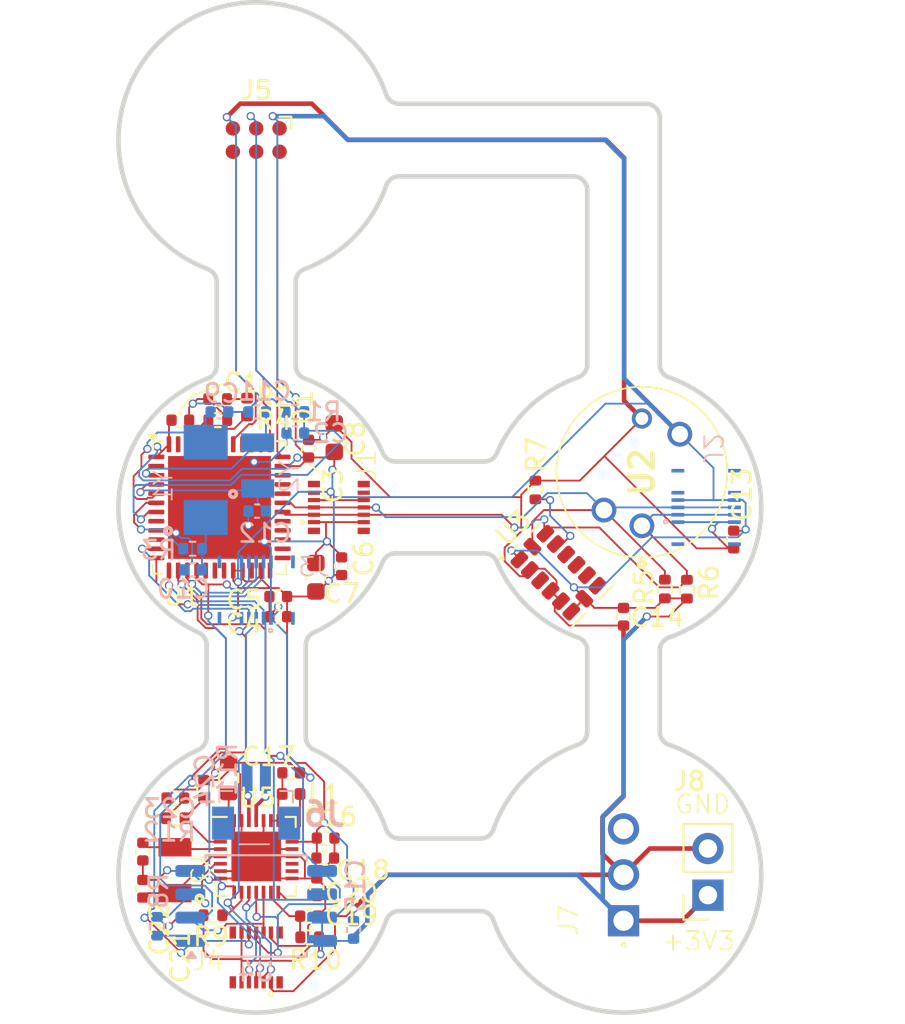
<source format=kicad_pcb>
(kicad_pcb (version 20241229) (generator "pcbnew") (generator_version "9.0")
  (layers (0 "F.Cu" signal) (2 "B.Cu" signal) (13 "F.Paste" user) (15 "B.Paste" user) (5 "F.SilkS" user "F.Silkscreen") (7 "B.SilkS" user "B.Silkscreen") (1 "F.Mask" user) (3 "B.Mask" user) (25 "Edge.Cuts" user))
  (net 0 "")
  (net 1 "Net-(U1-PF0)")
  (net 2 "GND")
  (net 3 "Net-(U1-PC14)")
  (net 4 "Net-(U1-PC15)")
  (net 5 "+3.3V")
  (net 6 "/Processor/NRST")
  (net 7 "Net-(U5-XTAL_C2)")
  (net 8 "Net-(U5-XTAL_C1)")
  (net 9 "Net-(U5-RSTN)")
  (net 10 "Net-(U5-AVDD_1V)")
  (net 11 "Net-(U5-DVDD_1V8)")
  (net 12 "Net-(U5-PLL_TUNE)")
  (net 13 "Net-(D1-K)")
  (net 14 "/Processor/LED_OUT")
  (net 15 "/Processor/SWCLK")
  (net 16 "/Processor/SWDIO")
  (net 17 "/Processor/SWO")
  (net 18 "/MCU_I2C_SCL")
  (net 19 "/MCU_I2C_SDA")
  (net 20 "/MCU_MEM_CS")
  (net 21 "/MCU_RF_IRQ")
  (net 22 "/MCU_SPI_MISO")
  (net 23 "/MCU_RF_CS")
  (net 24 "/RF Transceiver/RFN")
  (net 25 "/RF Transceiver/RFP")
  (net 26 "Net-(U5-REG_OUT)")
  (net 27 "Net-(U1-PF1)")
  (net 28 "/Processor/BOOT0")
  (net 29 "Net-(U3-SDO{slash}ADDR)")
  (net 30 "Net-(U5-BIAS)")
  (net 62 "Net-(C10-Pad2)")
  (net 63 "Net-(C23-Pad1)")
  (net 69 "/MCU_SPI_MOSI")
  (net 70 "/MCU_SPI_SCK")
  (footprint "kjp_fplib:SR1010" (layer "F.Cu") (at 90 119)
    (property "Reference" "U5")
    (property "Value" "SR1010")
  )
  (footprint "Inductor_SMD:L_0402_1005Metric" (layer "F.Cu") (at 91.9 115.6)
    (property "Reference" "L1")
    (property "Value" "180n")
  )
  (footprint "Resistor_SMD:R_0402_1005Metric" (layer "F.Cu") (at 87.9 94.1 180)
    (property "Reference" "R4")
    (property "Value" "390R")
  )
  (footprint "v2_mousebites:spi_4_2" (layer "F.Cu") (at 90 100)
    (property "Reference" "spi_4_2" (hide yes))
    (property "Value" "VAL**" (hide yes))
  )
  (footprint "Capacitor_SMD:C_0402_1005Metric" (layer "F.Cu") (at 85.87 95.25)
    (property "Reference" "C1")
    (property "Value" "100n")
  )
  (footprint "Connector_PinSocket_2.54mm:PinSocket_1x02_P2.54mm_Vertical" (layer "F.Cu") (at 114.595 121.11 180)
    (property "Reference" "J8")
    (property "Value" "Conn_01x02_Pin")
  )
  (footprint "Capacitor_SMD:C_0402_1005Metric" (layer "F.Cu") (at 91.905 114.45)
    (property "Reference" "C17")
    (property "Value" "1u")
  )
  (footprint "v2_mousebites:i2c_2_2" (layer "F.Cu") (at 110 100 -90)
    (property "Reference" "i2c_2_2" (hide yes))
    (property "Value" "VAL**" (hide yes))
  )
  (footprint "Resistor_SMD:R_0402_1005Metric" (layer "F.Cu") (at 92.91 123.4 180)
    (property "Reference" "R10")
    (property "Value" "390k")
  )
  (footprint "v2_mousebites:prog_3_2" (layer "F.Cu") (at 90 100 180)
    (property "Reference" "prog_3_2" (hide yes))
    (property "Value" "VAL**" (hide yes))
  )
  (footprint "Package_LGA:LGA-14_3x5mm_P0.8mm_LayoutBorder1x6y" (layer "F.Cu") (at 106.45 103.55 45)
    (property "Reference" "U3")
    (property "Value" "ADXL343")
  )
  (footprint "v2_mousebites:pwr_4_2" (layer "F.Cu") (at 110 100 180)
    (property "Reference" "pwr_4_2" (hide yes))
    (property "Value" "VAL**" (hide yes))
  )
  (footprint "Package_DFN_QFN:QFN-48-1EP_7x7mm_P0.5mm_EP5.6x5.6mm" (layer "F.Cu") (at 88 100)
    (property "Reference" "U1")
    (property "Value" "STM32G473CCUx")
  )
  (footprint "kjp_fplib:HNC2-2.5P-3DS(02)" (layer "F.Cu") (at 110 120 90)
    (property "Reference" "J7")
    (property "Value" "HNC2-2.5P-3DS(02)")
  )
  (footprint "Capacitor_SMD:C_0402_1005Metric" (layer "F.Cu") (at 92.85 96.8 90)
    (property "Reference" "C3")
    (property "Value" "100n")
  )
  (footprint "Capacitor_SMD:C_0402_1005Metric" (layer "F.Cu") (at 91.2 104.85 180)
    (property "Reference" "C5")
    (property "Value" "100n")
  )
  (footprint "Resistor_SMD:R_0603_1608Metric" (layer "F.Cu") (at 88.5 114.725 90)
    (property "Reference" "R11")
    (property "Value" "2M2")
  )
  (footprint "Resistor_SMD:R_0402_1005Metric" (layer "F.Cu") (at 87.64 122.2)
    (property "Reference" "R9")
    (property "Value" "10k")
  )
  (footprint "Capacitor_SMD:C_0402_1005Metric" (layer "F.Cu") (at 93.3 120.68 90)
    (property "Reference" "C20")
    (property "Value" "100n")
  )
  (footprint "v2_mousebites:pwr_4_2" (layer "F.Cu") (at 110 100)
    (property "Reference" "pwr_4_2" (hide yes))
    (property "Value" "VAL**" (hide yes))
  )
  (footprint "Resistor_SMD:R_0402_1005Metric" (layer "F.Cu") (at 112.25 104.44 90)
    (property "Reference" "R5")
    (property "Value" "10k")
  )
  (footprint "v2_mousebites:spi_4_2" (layer "F.Cu") (at 90 120 180)
    (property "Reference" "spi_4_2" (hide yes))
    (property "Value" "VAL**" (hide yes))
  )
  (footprint "Capacitor_SMD:C_0402_1005Metric" (layer "F.Cu") (at 116 101.75 -90)
    (property "Reference" "C13")
    (property "Value" "100n")
  )
  (footprint "Capacitor_SMD:C_0402_1005Metric" (layer "F.Cu") (at 85.6 115.82 180)
    (property "Reference" "C23")
    (property "Value" "680p")
  )
  (footprint "v2_mousebites:pwr_4_2" (layer "F.Cu") (at 90 80 90)
    (property "Reference" "pwr_4_2" (hide yes))
    (property "Value" "VAL**" (hide yes))
  )
  (footprint "Capacitor_SMD:C_0402_1005Metric" (layer "F.Cu") (at 92.87 122.25)
    (property "Reference" "C19")
    (property "Value" "100n")
  )
  (footprint "kjp_fplib:DF40C-10DP-0.4V(51)" (layer "F.Cu") (at 94.5 100 90)
    (property "Reference" "J1")
    (property "Value" "DF40C-10DP-0.4V(51)")
  )
  (footprint "v2_mousebites:i2c_2_2" (layer "F.Cu") (at 90 100 90)
    (property "Reference" "i2c_2_2" (hide yes))
    (property "Value" "VAL**" (hide yes))
  )
  (footprint "Capacitor_SMD:C_0402_1005Metric" (layer "F.Cu") (at 83.828228 118.74 -90)
    (property "Reference" "C22")
    (property "Value" "10p")
  )
  (footprint "kjp_fplib:ABS07-120-32.768KHZ-T" (layer "F.Cu") (at 85.578228 119.75 -90)
    (property "Reference" "Y3")
    (property "Value" "ABS07")
  )
  (footprint "Capacitor_SMD:C_0402_1005Metric" (layer "F.Cu") (at 110 105.95 -90)
    (property "Reference" "C14")
    (property "Value" "100n")
  )
  (footprint "Resistor_SMD:R_0402_1005Metric" (layer "F.Cu") (at 85.59 116.92 180)
    (property "Reference" "R12")
    (property "Value" "390k")
  )
  (footprint "v2_mousebites:pwr_4_2" (layer "F.Cu") (at 90 120 90)
    (property "Reference" "pwr_4_2" (hide yes))
    (property "Value" "VAL**" (hide yes))
  )
  (footprint "v2_mousebites:pwr_4_2" (layer "F.Cu") (at 110 120 180)
    (property "Reference" "pwr_4_2" (hide yes))
    (property "Value" "VAL**" (hide yes))
  )
  (footprint "v2_mousebites:pwr_4_2" (layer "F.Cu") (at 110 120 -90)
    (property "Reference" "pwr_4_2" (hide yes))
    (property "Value" "VAL**" (hide yes))
  )
  (footprint "Capacitor_SMD:C_0402_1005Metric" (layer "F.Cu") (at 83.828228 120.76 90)
    (property "Reference" "C21")
    (property "Value" "10p")
  )
  (footprint "v2_mousebites:prog_3_2" (layer "F.Cu") (at 90 80)
    (property "Reference" "prog_3_2" (hide yes))
    (property "Value" "VAL**" (hide yes))
  )
  (footprint "Connector:Tag-Connect_TC2030-IDC-NL_2x03_P1.27mm_Vertical" (layer "F.Cu") (at 90 80 180)
    (property "Reference" "J5")
    (property "Value" "TC2030-NL")
  )
  (footprint "Capacitor_SMD:C_0402_1005Metric" (layer "F.Cu") (at 87.15 115.32 90)
    (property "Reference" "C24")
    (property "Value" "68p")
  )
  (footprint "kjp_fplib:DF40C-10DP-0.4V(51)" (layer "F.Cu") (at 90 124.5 180)
    (property "Reference" "J4")
    (property "Value" "DF40C-10DP-0.4V(51)")
  )
  (footprint "kjp_fplib:MLX90640" (layer "F.Cu") (at 111 101 90)
    (property "Reference" "U2")
    (property "Value" "MLX90640" (hide yes))
  )
  (footprint "Resistor_SMD:R_0402_1005Metric" (layer "F.Cu") (at 87.91 95.25)
    (property "Reference" "R2")
    (property "Value" "10k")
  )
  (footprint "Capacitor_SMD:C_0402_1005Metric" (layer "F.Cu") (at 93.78 118)
    (property "Reference" "C16")
    (property "Value" "1u")
  )
  (footprint "Resistor_SMD:R_0402_1005Metric" (layer "F.Cu") (at 105.2 99.05 -90)
    (property "Reference" "R7")
    (property "Value" "10k")
  )
  (footprint "Capacitor_SMD:C_0402_1005Metric" (layer "F.Cu") (at 94.65 103.2 90)
    (property "Reference" "C6")
    (property "Value" "1u")
  )
  (footprint "Capacitor_SMD:C_0603_1608Metric" (layer "F.Cu") (at 93.25 103.8 90)
    (property "Reference" "C7")
    (property "Value" "10u")
  )
  (footprint "Capacitor_SMD:C_0402_1005Metric" (layer "F.Cu") (at 91.2 105.95 180)
    (property "Reference" "C4")
    (property "Value" "100n")
  )
  (footprint "LED_SMD:LED_0402_1005Metric" (layer "F.Cu") (at 89.5 94.535 -90)
    (property "Reference" "D1")
    (property "Value" "LED")
  )
  (footprint "Capacitor_SMD:C_0603_1608Metric" (layer "F.Cu") (at 94.25 96.2 90)
    (property "Reference" "C8")
    (property "Value" "10u")
  )
  (footprint "Resistor_SMD:R_0402_1005Metric" (layer "F.Cu") (at 113.45 104.45 90)
    (property "Reference" "R6")
    (property "Value" "10k")
  )
  (footprint "Capacitor_SMD:C_0402_1005Metric" (layer "F.Cu") (at 93.76 119.09)
    (property "Reference" "C18")
    (property "Value" "1u")
  )
  (footprint "kjp_fplib:BM02BSRSSTBLFSN" (layer "B.Cu") (at 90 116.5 180)
    (property "Reference" "J6")
    (property "Value" "Conn_01x02_Pin" (hide yes))
  )
  (footprint "kjp_fplib:ABM3-48.000MHZ-B2-T" (layer "B.Cu") (at 87.25 98.5 -90)
    (property "Reference" "Y1")
    (property "Value" "ABM3")
  )
  (footprint "Resistor_SMD:R_0402_1005Metric" (layer "B.Cu") (at 86.54 102.25 180)
    (property "Reference" "R3")
    (property "Value" "390R")
  )
  (footprint "kjp_fplib:DF40HB(2.5)-10DS-0.4V(51)" (layer "B.Cu") (at 114.5 100 90)
    (property "Reference" "J2")
    (property "Value" "DF40HB(2.5)-10DS-0.4V(51)")
  )
  (footprint "Resistor_SMD:R_0402_1005Metric" (layer "B.Cu") (at 92.11 94.8 180)
    (property "Reference" "R1")
    (property "Value" "0R")
  )
  (footprint "Resistor_SMD:R_0402_1005Metric" (layer "B.Cu") (at 84.6 122.8 -90)
    (property "Reference" "R8")
    (property "Value" "10k")
  )
  (footprint "Capacitor_SMD:C_0402_1005Metric" (layer "B.Cu") (at 95.3 123 90)
    (property "Reference" "C15")
    (property "Value" "100n")
  )
  (footprint "Capacitor_SMD:C_0402_1005Metric" (layer "B.Cu") (at 92.13 95.95 180)
    (property "Reference" "C2")
    (property "Value" "100n")
  )
  (footprint "Capacitor_SMD:C_0402_1005Metric" (layer "B.Cu") (at 88 94.8 180)
    (property "Reference" "C9")
    (property "Value" "16p")
  )
  (footprint "Capacitor_SMD:C_0402_1005Metric" (layer "B.Cu") (at 90.05 100.2)
    (property "Reference" "C12")
    (property "Value" "2p")
  )
  (footprint "kjp_fplib:ABS07-120-32.768KHZ-T" (layer "B.Cu") (at 90.08 97.72 -90)
    (property "Reference" "Y2")
    (property "Value" "ABS07")
  )
  (footprint "Package_SO:SOIC-8_5.3x5.3mm_P1.27mm" (layer "B.Cu") (at 90 121.695)
    (property "Reference" "U4")
    (property "Value" "W25Q16JVSS")
  )
  (footprint "Capacitor_SMD:C_0402_1005Metric" (layer "B.Cu") (at 86.55 103.4)
    (property "Reference" "C10")
    (property "Value" "16p")
  )
  (footprint "Capacitor_SMD:C_0402_1005Metric" (layer "B.Cu") (at 90.05 94.8)
    (property "Reference" "C11")
    (property "Value" "2p")
  )
  (footprint "kjp_fplib:DF40HB(2.5)-10DS-0.4V(51)" (layer "B.Cu") (at 90 104.5 180)
    (property "Reference" "J3")
    (property "Value" "DF40HB(2.5)-10DS-0.4V(51)")
  )
  (gr_line (start 86.54 93.91) (end 88.18 93.27) (stroke (width 0.1)) (layer "F.SilkS"))
  (gr_line (start 92.92 97.65) (end 93.39 98.07) (stroke (width 0.1)) (layer "F.SilkS"))
  (gr_line (start 85.93 94.61) (end 86.54 93.91) (stroke (width 0.1)) (layer "F.SilkS"))
  (gr_arc (start 87.363636 87.021366) (mid 84.756869 74.637205) (end 97.079062 77.522727) (stroke (width 0.25)) (layer "Edge.Cuts"))
  (gr_line (start 111.975 107.787) (end 111.975 112.213032) (stroke (width 0.25)) (layer "Edge.Cuts"))
  (gr_arc (start 108.025 112.213) (mid 107.886682 112.647019) (end 107.522727 112.920938) (stroke (width 0.25)) (layer "Edge.Cuts"))
  (gr_arc (start 97.079062 122.477273) (mid 84.953988 125.548673) (end 86.863636 113.187275) (stroke (width 0.25)) (layer "Edge.Cuts"))
  (gr_arc (start 92.636364 92.978634) (mid 92.283468 92.703565) (end 92.15 92.2765) (stroke (width 0.25)) (layer "Edge.Cuts"))
  (gr_arc (start 112.477273 92.920938) (mid 112.113312 92.64703) (end 111.975 92.213032) (stroke (width 0.25)) (layer "Edge.Cuts"))
  (gr_arc (start 107.522727 107.079062) (mid 107.886688 107.35297) (end 108.025 107.786968) (stroke (width 0.25)) (layer "Edge.Cuts"))
  (gr_arc (start 97.5829 97.5) (mid 97.170018 97.376142) (end 96.893523 97.045455) (stroke (width 0.25)) (layer "Edge.Cuts"))
  (gr_arc (start 112.477273 112.920938) (mid 112.113312 112.64703) (end 111.975 112.213032) (stroke (width 0.25)) (layer "Edge.Cuts"))
  (gr_line (start 97.582875 102.5) (end 102.4171 102.5) (stroke (width 0.25)) (layer "Edge.Cuts"))
  (gr_arc (start 102.920938 117.522727) (mid 104.696699 114.696699) (end 107.522727 112.920938) (stroke (width 0.25)) (layer "Edge.Cuts"))
  (gr_arc (start 112.477273 112.920938) (mid 115.303301 125.303301) (end 102.920938 122.477273) (stroke (width 0.25)) (layer "Edge.Cuts"))
  (gr_arc (start 103.106477 97.045455) (mid 104.880834 94.518747) (end 107.522727 92.920938) (stroke (width 0.25)) (layer "Edge.Cuts"))
  (gr_line (start 97.787 118.025) (end 102.213032 118.025) (stroke (width 0.25)) (layer "Edge.Cuts"))
  (gr_arc (start 108.025 92.213) (mid 107.886682 92.647019) (end 107.522727 92.920938) (stroke (width 0.25)) (layer "Edge.Cuts"))
  (gr_arc (start 96.893523 102.954545) (mid 95.373178 105.23249) (end 93.136364 106.812725) (stroke (width 0.25)) (layer "Edge.Cuts"))
  (gr_arc (start 92.7 107.494) (mid 92.818444 107.08948) (end 93.136364 106.812725) (stroke (width 0.25)) (layer "Edge.Cuts"))
  (gr_arc (start 93.136364 113.187275) (mid 92.818442 112.910522) (end 92.7 112.506) (stroke (width 0.25)) (layer "Edge.Cuts"))
  (gr_line (start 92.7 107.494) (end 92.7 112.506) (stroke (width 0.25)) (layer "Edge.Cuts"))
  (gr_arc (start 103.106477 97.045455) (mid 102.829988 97.376145) (end 102.417125 97.5) (stroke (width 0.25)) (layer "Edge.Cuts"))
  (gr_line (start 97.786968 121.975) (end 102.213 121.975) (stroke (width 0.25)) (layer "Edge.Cuts"))
  (gr_arc (start 97.787 118.025) (mid 97.352981 117.886682) (end 97.079062 117.522727) (stroke (width 0.25)) (layer "Edge.Cuts"))
  (gr_arc (start 97.079062 82.477273) (mid 95.362795 85.243132) (end 92.636364 87.021366) (stroke (width 0.25)) (layer "Edge.Cuts"))
  (gr_line (start 111.975 92.213032) (end 111.975 78.775) (stroke (width 0.25)) (layer "Edge.Cuts"))
  (gr_line (start 97.786968 81.975) (end 107.275 81.975) (stroke (width 0.25)) (layer "Edge.Cuts"))
  (gr_arc (start 93.136364 113.187275) (mid 95.548673 114.953988) (end 97.079062 117.522727) (stroke (width 0.25)) (layer "Edge.Cuts"))
  (gr_arc (start 92.15 87.7235) (mid 92.283466 87.296433) (end 92.636364 87.021366) (stroke (width 0.25)) (layer "Edge.Cuts"))
  (gr_arc (start 86.863636 106.812725) (mid 82.504894 99.729107) (end 87.363636 92.978634) (stroke (width 0.25)) (layer "Edge.Cuts"))
  (gr_line (start 87.85 87.7235) (end 87.85 92.2765) (stroke (width 0.25)) (layer "Edge.Cuts"))
  (gr_line (start 97.787 78.025) (end 111.225 78.025) (stroke (width 0.25)) (layer "Edge.Cuts"))
  (gr_line (start 97.5829 97.5) (end 102.417125 97.5) (stroke (width 0.25)) (layer "Edge.Cuts"))
  (gr_arc (start 97.787 78.025) (mid 97.352981 77.886682) (end 97.079062 77.522727) (stroke (width 0.25)) (layer "Edge.Cuts"))
  (gr_arc (start 102.213 121.975) (mid 102.647019 122.113318) (end 102.920938 122.477273) (stroke (width 0.25)) (layer "Edge.Cuts"))
  (gr_arc (start 112.477273 92.920938) (mid 117.5 100) (end 112.477273 107.079062) (stroke (width 0.25)) (layer "Edge.Cuts"))
  (gr_line (start 87.3 107.494) (end 87.3 112.506) (stroke (width 0.25)) (layer "Edge.Cuts"))
  (gr_arc (start 107.522727 107.079062) (mid 104.880833 105.481253) (end 103.106477 102.954545) (stroke (width 0.25)) (layer "Edge.Cuts"))
  (gr_arc (start 111.225 78.025) (mid 111.75533 78.24467) (end 111.975 78.775) (stroke (width 0.25)) (layer "Edge.Cuts"))
  (gr_arc (start 107.275 81.975) (mid 107.80533 82.19467) (end 108.025 82.725) (stroke (width 0.25)) (layer "Edge.Cuts"))
  (gr_arc (start 92.636364 92.978634) (mid 95.18068 94.57685) (end 96.893523 97.045455) (stroke (width 0.25)) (layer "Edge.Cuts"))
  (gr_arc (start 97.079062 82.477273) (mid 97.35297 82.113312) (end 97.786968 81.975) (stroke (width 0.25)) (layer "Edge.Cuts"))
  (gr_arc (start 111.975 107.787) (mid 112.113318 107.352981) (end 112.477273 107.079062) (stroke (width 0.25)) (layer "Edge.Cuts"))
  (gr_line (start 108.025 92.213) (end 108.025 82.725) (stroke (width 0.25)) (layer "Edge.Cuts"))
  (gr_arc (start 87.3 112.506) (mid 87.181556 112.91052) (end 86.863636 113.187275) (stroke (width 0.25)) (layer "Edge.Cuts"))
  (gr_arc (start 102.4171 102.5) (mid 102.829982 102.623858) (end 103.106477 102.954545) (stroke (width 0.25)) (layer "Edge.Cuts"))
  (gr_arc (start 87.363636 87.021366) (mid 87.716532 87.296435) (end 87.85 87.7235) (stroke (width 0.25)) (layer "Edge.Cuts"))
  (gr_arc (start 96.893523 102.954545) (mid 97.170012 102.623855) (end 97.582875 102.5) (stroke (width 0.25)) (layer "Edge.Cuts"))
  (gr_arc (start 97.079062 122.477273) (mid 97.35297 122.113312) (end 97.786968 121.975) (stroke (width 0.25)) (layer "Edge.Cuts"))
  (gr_line (start 108.025 107.786968) (end 108.025 112.213) (stroke (width 0.25)) (layer "Edge.Cuts"))
  (gr_arc (start 86.863636 106.812725) (mid 87.181558 107.089478) (end 87.3 107.494) (stroke (width 0.25)) (layer "Edge.Cuts"))
  (gr_arc (start 102.920938 117.522727) (mid 102.64703 117.886688) (end 102.213032 118.025) (stroke (width 0.25)) (layer "Edge.Cuts"))
  (gr_arc (start 87.85 92.2765) (mid 87.716534 92.703567) (end 87.363636 92.978634) (stroke (width 0.25)) (layer "Edge.Cuts"))
  (gr_line (start 92.15 87.7235) (end 92.15 92.2765) (stroke (width 0.25)) (layer "Edge.Cuts"))
  (gr_text "+3V3" (at 112.01 124.19 0) (layer "F.SilkS") (effects (font (size 1 1) (thickness 0.1)) (justify left bottom)))
  (gr_text "GND" (at 112.73 116.75 0) (layer "F.SilkS") (effects (font (size 1 1) (thickness 0.1)) (justify left bottom)))
  (segment (start 83.324 98.306) (end 83.324 99.364) (width 0.1) (layer "F.Cu") (net 1))
  (segment (start 83.5 99.54) (end 84.031334 99.54) (width 0.1) (layer "F.Cu") (net 1))
  (segment (start 84.097334 99.474) (end 84.3385 99.474) (width 0.1) (layer "F.Cu") (net 1))
  (segment (start 84.3385 99.474) (end 84.5625 99.25) (width 0.1) (layer "F.Cu") (net 1))
  (segment (start 83.324 99.364) (end 83.5 99.54) (width 0.1) (layer "F.Cu") (net 1))
  (segment (start 83.75 97.140454) (end 83.75 97.874625) (width 0.1) (layer "F.Cu") (net 1))
  (segment (start 84.074519 96.815935) (end 83.75 97.140454) (width 0.1) (layer "F.Cu") (net 1))
  (segment (start 83.626473 98.003527) (end 83.324 98.306) (width 0.1) (layer "F.Cu") (net 1))
  (segment (start 83.626473 97.998152) (end 83.626473 98.003527) (width 0.1) (layer "F.Cu") (net 1))
  (segment (start 84.031334 99.54) (end 84.097334 99.474) (width 0.1) (layer "F.Cu") (net 1))
  (segment (start 83.75 97.874625) (end 83.626473 97.998152) (width 0.1) (layer "F.Cu") (net 1))
  (via (at 84.074519 96.815935) (size 0.45) (drill 0.3) (layers "F.Cu" "B.Cu") (net 1))
  (segment (start 87.25 96.45) (end 87.25 95.07) (width 0.1) (layer "B.Cu") (net 1))
  (segment (start 84.074519 96.815935) (end 84.074519 96.465481) (width 0.1) (layer "B.Cu") (net 1))
  (segment (start 86.72 95.92) (end 87.25 96.45) (width 0.1) (layer "B.Cu") (net 1))
  (segment (start 87.25 95.07) (end 87.52 94.8) (width 0.1) (layer "B.Cu") (net 1))
  (segment (start 84.074519 96.465481) (end 84.62 95.92) (width 0.1) (layer "B.Cu") (net 1))
  (segment (start 84.62 95.92) (end 86.72 95.92) (width 0.1) (layer "B.Cu") (net 1))
  (segment (start 93.761 120.661) (end 93.761 121.839) (width 0.1) (layer "F.Cu") (net 2))
  (segment (start 116 102.23) (end 113.98 102.23) (width 0.1) (layer "F.Cu") (net 2))
  (segment (start 86.84 115.36) (end 87.15 115.05) (width 0.1) (layer "F.Cu") (net 2))
  (segment (start 94.65 102.65) (end 93.85 101.85) (width 0.1) (layer "F.Cu") (net 2))
  (segment (start 95.19 97.34) (end 97.29 99.44) (width 0.1) (layer "F.Cu") (net 2))
  (segment (start 87.15 114.84) (end 88 114.84) (width 0.1) (layer "F.Cu") (net 2))
  (segment (start 93.25 102.45) (end 93.85 101.85) (width 0.1) (layer "F.Cu") (net 2))
  (segment (start 83.828228 120.28) (end 84.62 120.28) (width 0.1) (layer "F.Cu") (net 2))
  (segment (start 85.58 115.36) (end 86.84 115.36) (width 0.1) (layer "F.Cu") (net 2))
  (segment (start 90.8 125.855) (end 90.8 126.187) (width 0.1) (layer "F.Cu") (net 2))
  (segment (start 88.42 95.25) (end 88.42 95.13) (width 0.1) (layer "F.Cu") (net 2))
  (segment (start 93.3 120.2) (end 92.65 120.2) (width 0.1) (layer "F.Cu") (net 2))
  (segment (start 87.975 120.275) (end 88.05 120.2) (width 0.1) (layer "F.Cu") (net 2))
  (segment (start 106.255546 105.655057) (end 106.255546 105.44151) (width 0.1) (layer "F.Cu") (net 2))
  (segment (start 92.85 96.32) (end 93.53 96.32) (width 0.1) (layer "F.Cu") (net 2))
  (segment (start 90.8 126.187) (end 90.949 126.336) (width 0.1) (layer "F.Cu") (net 2))
  (segment (start 110.03 94.19) (end 111 95.16) (width 0.25) (layer "F.Cu") (net 2))
  (segment (start 92.689668 114.45) (end 92.944834 114.705166) (width 0.1) (layer "F.Cu") (net 2))
  (segment (start 92.65 120.2) (end 91.95 120.2) (width 0.1) (layer "F.Cu") (net 2))
  (segment (start 106.591421 105.105635) (end 106.025736 104.539949) (width 0.1) (layer "F.Cu") (net 2))
  (segment (start 88.5 113.9) (end 89.126 114.526) (width 0.1) (layer "F.Cu") (net 2))
  (segment (start 90.72 105.88) (end 91.2 105.4) (width 0.1) (layer "F.Cu") (net 2))
  (segment (start 90.949 126.336) (end 92.020745 126.336) (width 0.1) (layer "F.Cu") (net 2))
  (segment (start 90.72 104.85) (end 90.72 105.95) (width 0.1) (layer "F.Cu") (net 2))
  (segment (start 104.968494 103.33445) (end 105.705535 103.33445) (width 0.1) (layer "F.Cu") (net 2))
  (segment (start 92.385 114.45) (end 91.835 113.9) (width 0.1) (layer "F.Cu") (net 2))
  (segment (start 95.3 121.85) (end 97.15 120) (width 0.25) (layer "F.Cu") (net 2))
  (segment (start 92.020745 126.336) (end 94.29 124.066745) (width 0.1) (layer "F.Cu") (net 2))
  (segment (start 90.4 117.05) (end 90.4 118.6) (width 0.1) (layer "F.Cu") (net 2))
  (segment (start 92.657208 123.871) (end 91.194 123.871) (width 0.1) (layer "F.Cu") (net 2))
  (segment (start 91.835 113.9) (end 88.5 113.9) (width 0.1) (layer "F.Cu") (net 2))
  (segment (start 103.744255 101.974) (end 103.524 102.194255) (width 0.1) (layer "F.Cu") (net 2))
  (segment (start 114.82 101.16) (end 114.82 101.33) (width 0.1) (layer "F.Cu") (net 2))
  (segment (start 88 114.84) (end 88.5 114.34) (width 0.1) (layer "F.Cu") (net 2))
  (segment (start 94.29 124.066745) (end 94.29 122.25) (width 0.1) (layer "F.Cu") (net 2))
  (segment (start 105.2 98.54) (end 104.43 99.31) (width 0.1) (layer "F.Cu") (net 2))
  (segment (start 88.05 120.2) (end 88.8 120.2) (width 0.1) (layer "F.Cu") (net 2))
  (segment (start 109.05 79.99) (end 110.03 80.97) (width 0.25) (layer "F.Cu") (net 2))
  (segment (start 89.13 78.02) (end 93.03 78.02) (width 0.25) (layer "F.Cu") (net 2))
  (segment (start 88.73 79.365) (end 88.73 79.08) (width 0.1) (layer "F.Cu") (net 2))
  (segment (start 89.2 119.8) (end 90 119) (width 0.1) (layer "F.Cu") (net 2))
  (segment (start 94.24 119.04) (end 94.26 119.02) (width 0.1) (layer "F.Cu") (net 2))
  (segment (start 93.03 78.02) (end 95 79.99) (width 0.25) (layer "F.Cu") (net 2))
  (segment (start 111.43 118.57) (end 114.595 118.57) (width 0.25) (layer "F.Cu") (net 2))
  (segment (start 104.43 101.3) (end 103.756 101.974) (width 0.1) (layer "F.Cu") (net 2))
  (segment (start 93.3 120.03) (end 94.24 119.09) (width 0.1) (layer "F.Cu") (net 2))
  (segment (start 110 120) (end 111.43 118.57) (width 0.25) (layer "F.Cu") (net 2))
  (segment (start 94.29 122.25) (end 94.9 122.25) (width 0.1) (layer "F.Cu") (net 2))
  (segment (start 93.53 96.32) (end 93.65 96.2) (width 0.1) (layer "F.Cu") (net 2))
  (segment (start 93.25 103.025) (end 93.25 102.45) (width 0.1) (layer "F.Cu") (net 2))
  (segment (start 83.828228 120.28) (end 83.828228 119.22) (width 0.1) (layer "F.Cu") (net 2))
  (segment (start 103.524 102.194255) (end 103.524 102.923511) (width 0.1) (layer "F.Cu") (net 2))
  (segment (start 90.8 123.477) (end 90.8 123.145) (width 0.1) (layer "F.Cu") (net 2))
  (segment (start 93.8 100.8) (end 93.8 101.8) (width 0.1) (layer "F.Cu") (net 2))
  (segment (start 92.4 119) (end 91.95 119) (width 0.1) (layer "F.Cu") (net 2))
  (segment (start 110 115.73) (end 110 106.43) (width 0.25) (layer "F.Cu") (net 2))
  (segment (start 86.35 95.25) (end 86.35 94.55) (width 0.1) (layer "F.Cu") (net 2))
  (segment (start 93.35 122.25) (end 94.29 122.25) (width 0.1) (layer "F.Cu") (net 2))
  (segment (start 86.8 94.1) (end 86.55 94.35) (width 0.1) (layer "F.Cu") (net 2))
  (segment (start 95 79.99) (end 109.05 79.99) (width 0.25) (layer "F.Cu") (net 2))
  (segment (start 93.8 100.8) (end 95.855 100.8) (width 0.1) (layer "F.Cu") (net 2))
  (segment (start 90.4 118.6) (end 90 119) (width 0.1) (layer "F.Cu") (net 2))
  (segment (start 97.15 120) (end 110 120) (width 0.25) (layer "F.Cu") (net 2))
  (segment (start 87.425 120.275) (end 87.975 120.275) (width 0.1) (layer "F.Cu") (net 2))
  (segment (start 106.255546 105.44151) (end 106.591421 105.105635) (width 0.1) (layer "F.Cu") (net 2))
  (segment (start 89.126 116.976) (end 89.2 117.05) (width 0.1) (layer "F.Cu") (net 2))
  (segment (start 91.95 119) (end 90 119) (width 0.1) (layer "F.Cu") (net 2))
  (segment (start 88.4 78.75) (end 89.13 78.02) (width 0.25) (layer "F.Cu") (net 2))
  (segment (start 115.72 102.23) (end 116 102.23) (width 0.1) (layer "F.Cu") (net 2))
  (segment (start 85.12 115.82) (end 85.58 115.36) (width 0.1) (layer "F.Cu") (net 2))
  (segment (start 94.65 102.72) (end 94.65 102.65) (width 0.1) (layer "F.Cu") (net 2))
  (segment (start 91.95 118.6) (end 90.4 118.6) (width 0.1) (layer "F.Cu") (net 2))
  (segment (start 91.194 123.871) (end 90.8 123.477) (width 0.1) (layer "F.Cu") (net 2))
  (segment (start 104.55849 103.744454) (end 104.894365 103.408579) (width 0.1) (layer "F.Cu") (net 2))
  (segment (start 108.955 97.205) (end 111 95.16) (width 0.1) (layer "F.Cu") (net 2))
  (segment (start 94.26 119.02) (end 94.26 118) (width 0.1) (layer "F.Cu") (net 2))
  (segment (start 88.8 120.2) (end 90 119) (width 0.1) (layer "F.Cu") (net 2))
  (segment (start 93.761 121.839) (end 93.35 122.25) (width 0.1) (layer "F.Cu") (net 2))
  (segment (start 94.9 122.25) (end 95.3 121.85) (width 0.1) (layer "F.Cu") (net 2))
  (segment (start 90.72 105.95) (end 90.72 105.88) (width 0.1) (layer "F.Cu") (net 2))
  (segment (start 105.705535 103.33445) (end 106.35 103.978915) (width 0.1) (layer "F.Cu") (net 2))
  (segment (start 92.65 119.25) (end 92.4 119) (width 0.1) (layer "F.Cu") (net 2))
  (segment (start 87.15 115.05) (end 87.15 114.84) (width 0.1) (layer "F.Cu") (net 2))
  (segment (start 93.8 101.8) (end 93.85 101.85) (width 0.1) (layer "F.Cu") (net 2))
  (segment (start 89.126 114.526) (end 89.126 116.976) (width 0.1) (layer "F.Cu") (net 2))
  (segment (start 89.2 118.2) (end 90 119) (width 0.1) (layer "F.Cu") (net 2))
  (segment (start 107.62 98.54) (end 108.955 97.205) (width 0.1) (layer "F.Cu") (net 2))
  (segment (start 92.385 114.45) (end 92.689668 114.45) (width 0.1) (layer "F.Cu") (net 2))
  (segment (start 95.19 96.44) (end 95.19 97.34) (width 0.1) (layer "F.Cu") (net 2))
  (segment (start 104.43 99.31) (end 104.43 99.92) (width 0.1) (layer "F.Cu") (net 2))
  (segment (start 110 120) (end 108.85 118.85) (width 0.25) (layer "F.Cu") (net 2))
  (segment (start 93.35 122.25) (end 92.821 122.779) (width 0.1) (layer "F.Cu") (net 2))
  (segment (start 104.344943 103.744454) (end 104.55849 103.744454) (width 0.1) (layer "F.Cu") (net 2))
  (segment (start 84.62 120.28) (end 85.15 119.75) (width 0.1) (layer "F.Cu") (net 2))
  (segment (start 94.24 119.09) (end 94.24 119.04) (width 0.1) (layer "F.Cu") (net 2))
  (segment (start 103.524 102.923511) (end 104.344943 103.744454) (width 0.1) (layer "F.Cu") (net 2))
  (segment (start 108.85 118.85) (end 108.85 116.88) (width 0.25) (layer "F.Cu") (net 2))
  (segment (start 97.29 99.44) (end 104.43 99.44) (width 0.1) (layer "F.Cu") (net 2))
  (segment (start 88.42 95.13) (end 87.39 94.1) (width 0.1) (layer "F.Cu") (net 2))
  (segment (start 91.2 120.2) (end 90 119) (width 0.1) (layer "F.Cu") (net 2))
  (segment (start 93.3 120.2) (end 93.761 120.661) (width 0.1) (layer "F.Cu") (net 2))
  (segment (start 94.25 95.425) (end 94.25 95.5) (width 0.1) (layer "F.Cu") (net 2))
  (segment (start 104.43 99.92) (end 104.43 101.3) (width 0.1) (layer "F.Cu") (net 2))
  (segment (start 108.85 116.88) (end 110 115.73) (width 0.25) (layer "F.Cu") (net 2))
  (segment (start 88.73 79.08) (end 88.4 78.75) (width 0.1) (layer "F.Cu") (net 2))
  (segment (start 91.95 120.2) (end 91.2 120.2) (width 0.1) (layer "F.Cu") (net 2))
  (segment (start 86.35 94.55) (end 86.55 94.35) (width 0.1) (layer "F.Cu") (net 2))
  (segment (start 92.821 122.779) (end 92.821 123.707208) (width 0.1) (layer "F.Cu") (net 2))
  (segment (start 93.145 100.8) (end 93.8 100.8) (width 0.1) (layer "F.Cu") (net 2))
  (segment (start 106.35 103.978915) (end 106.35 104.215685) (width 0.1) (layer "F.Cu") (net 2))
  (segment (start 92.65 120.2) (end 92.65 119.25) (width 0.1) (layer "F.Cu") (net 2))
  (segment (start 113.98 102.23) (end 108.955 97.205) (width 0.1) (layer "F.Cu") (net 2))
  (segment (start 93.3 120.2) (end 93.3 120.03) (width 0.1) (layer "F.Cu") (net 2))
  (segment (start 88.5 114.34) (end 88.5 113.9) (width 0.1) (layer "F.Cu") (net 2))
  (segment (start 107.030489 106.43) (end 106.255546 105.655057) (width 0.1) (layer "F.Cu") (net 2))
  (segment (start 92.821 123.707208) (end 92.657208 123.871) (width 0.1) (layer "F.Cu") (net 2))
  (segment (start 88.05 119.8) (end 89.2 119.8) (width 0.1) (layer "F.Cu") (net 2))
  (segment (start 88.8 117.05) (end 88.8 117.8) (width 0.1) (layer "F.Cu") (net 2))
  (segment (start 105.2 98.54) (end 107.62 98.54) (width 0.1) (layer "F.Cu") (net 2))
  (segment (start 103.756 101.974) (end 103.744255 101.974) (width 0.1) (layer "F.Cu") (net 2))
  (segment (start 110.03 80.97) (end 110.03 94.19) (width 0.25) (layer "F.Cu") (net 2))
  (segment (start 94.25 95.5) (end 95.19 96.44) (width 0.1) (layer "F.Cu") (net 2))
  (segment (start 106.35 104.215685) (end 106.025736 104.539949) (width 0.1) (layer "F.Cu") (net 2))
  (segment (start 87.39 94.1) (end 86.8 94.1) (width 0.1) (layer "F.Cu") (net 2))
  (segment (start 114.82 101.33) (end 115.72 102.23) (width 0.1) (layer "F.Cu") (net 2))
  (segment (start 88.8 117.8) (end 90 119) (width 0.1) (layer "F.Cu") (net 2))
  (segment (start 110 106.43) (end 107.030489 106.43) (width 0.1) (layer "F.Cu") (net 2))
  (segment (start 104.894365 103.408579) (end 104.968494 103.33445) (width 0.1) (layer "F.Cu") (net 2))
  (segment (start 89.2 117.05) (end 89.2 118.2) (width 0.1) (layer "F.Cu") (net 2))
  (segment (start 94.25 95.6) (end 93.65 96.2) (width 0.1) (layer "F.Cu") (net 2))
  (segment (start 94.25 95.425) (end 94.25 95.6) (width 0.1) (layer "F.Cu") (net 2))
  (via (at 86.55 94.35) (size 0.45) (drill 0.3) (layers "F.Cu" "B.Cu") (net 2))
  (via (at 93.85 101.85) (size 0.45) (drill 0.3) (layers "F.Cu" "B.Cu") (net 2))
  (via (at 92.944834 114.705166) (size 0.45) (drill 0.3) (layers "F.Cu" "B.Cu") (net 2))
  (via (at 114.82 101.16) (size 0.45) (drill 0.3) (layers "F.Cu" "B.Cu") (net 2))
  (via (at 89.57 100.98) (size 0.45) (drill 0.3) (layers "F.Cu" "B.Cu") (net 2))
  (via (at 85.15 119.75) (size 0.45) (drill 0.3) (layers "F.Cu" "B.Cu") (net 2))
  (via (at 85.632434 101.384433) (size 0.45) (drill 0.3) (layers "F.Cu" "B.Cu") (net 2))
  (via (at 95.3 121.85) (size 0.45) (drill 0.3) (layers "F.Cu" "B.Cu") (net 2))
  (via (at 93.65 96.2) (size 0.45) (drill 0.3) (layers "F.Cu" "B.Cu") (net 2))
  (via (at 88.4 78.75) (size 0.45) (drill 0.3) (layers "F.Cu" "B.Cu") (net 2))
  (via (at 89.89 97.52) (size 0.45) (drill 0.3) (layers "F.Cu" "B.Cu") (net 2))
  (via (at 87.425 120.275) (size 0.45) (drill 0.3) (layers "F.Cu" "B.Cu") (net 2))
  (via (at 90.45 101.85) (size 0.45) (drill 0.3) (layers "F.Cu" "B.Cu") (net 2))
  (via (at 91.2 105.4) (size 0.45) (drill 0.3) (layers "F.Cu" "B.Cu") (net 2))
  (segment (start 116.04 100.8) (end 115.25 100.8) (width 0.1) (layer "B.Cu") (net 2))
  (segment (start 115.18 100.8) (end 115.25 100.8) (width 0.1) (layer "B.Cu") (net 2))
  (segment (start 91.68 106.92) (end 90.8 106.04) (width 0.1) (layer "B.Cu") (net 2))
  (segment (start 90.8 102.2) (end 90.45 101.85) (width 0.1) (layer "B.Cu") (net 2))
  (segment (start 88.9 92.65) (end 90.25 94) (width 0.1) (layer "B.Cu") (net 2))
  (segment (start 91.65 95.9) (end 91.6 95.85) (width 0.1) (layer "B.Cu") (net 2))
  (segment (start 88.48 94.8) (end 88.019 94.339) (width 0.1) (layer "B.Cu") (net 2))
  (segment (start 89.57 100.2) (end 89.57 100.98) (width 0.1) (layer "B.Cu") (net 2))
  (segment (start 85.19 119.79) (end 85.15 119.75) (width 0.1) (layer "B.Cu") (net 2))
  (segment (start 91.65 95.95) (end 91.65 96.602) (width 0.1) (layer "B.Cu") (net 2))
  (segment (start 90.9375 94.1125) (end 91.6 94.775) (width 0.1) (layer "B.Cu") (net 2))
  (segment (start 90.8 102.96) (end 90.8 102.2) (width 0.1) (layer "B.Cu") (net 2))
  (segment (start 86.561 94.339) (end 86.55 94.35) (width 0.1) (layer "B.Cu") (net 2))
  (segment (start 91.65 96.602) (end 90.732 97.52) (width 0.1) (layer "B.Cu") (net 2))
  (segment (start 91.2 105.64) (end 90.8 106.04) (width 0.1) (layer "B.Cu") (net 2))
  (segment (start 91.2 105.4) (end 91.2 105.64) (width 0.1) (layer "B.Cu") (net 2))
  (segment (start 90.8 106.04) (end 90.8 102.96) (width 0.1) (layer "B.Cu") (net 2))
  (segment (start 86.31 101.67) (end 86.51 101.87) (width 0.1) (layer "B.Cu") (net 2))
  (segment (start 91.65 95.95) (end 91.65 95.9) (width 0.1) (layer "B.Cu") (net 2))
  (segment (start 86.4125 119.79) (end 85.19 119.79) (width 0.1) (layer "B.Cu") (net 2))
  (segment (start 93.65 96.2) (end 93.439 96.411) (width 0.1) (layer "B.Cu") (net 2))
  (segment (start 85.918 101.67) (end 86.31 101.67) (width 0.1) (layer "B.Cu") (net 2))
  (segment (start 88.9 79.25) (end 88.9 92.65) (width 0.1) (layer "B.Cu") (net 2))
  (segment (start 87.425 120.275) (end 86.8975 120.275) (width 0.1) (layer "B.Cu") (net 2))
  (segment (start 115.25 100.8) (end 112.96 100.8) (width 0.1) (layer "B.Cu") (net 2))
  (segment (start 92.111 96.411) (end 91.65 95.95) (width 0.1) (layer "B.Cu") (net 2))
  (segment (start 86.51 101.87) (end 86.51 102.96) (width 0.1) (layer "B.Cu") (net 2))
  (segment (start 89.57 94.8) (end 89.57 94.68) (width 0.1) (layer "B.Cu") (net 2))
  (segment (start 91.6 95.85) (end 91.6 94.8) (width 0.1) (layer "B.Cu") (net 2))
  (segment (start 93.439 96.411) (end 92.111 96.411) (width 0.1) (layer "B.Cu") (net 2))
  (segment (start 86.8975 120.275) (end 86.4125 119.79) (width 0.1) (layer "B.Cu") (net 2))
  (segment (start 90.775 94.1125) (end 90.9375 94.1125) (width 0.1) (layer "B.Cu") (net 2))
  (segment (start 90.3625 94.1125) (end 90.775 94.1125) (width 0.1) (layer "B.Cu") (net 2))
  (segment (start 90.25 94) (end 90.3625 94.1125) (width 0.1) (layer "B.Cu") (net 2))
  (segment (start 86.51 102.96) (end 86.07 103.4) (width 0.1) (layer "B.Cu") (net 2))
  (segment (start 93.85 101.85) (end 90.45 101.85) (width 0.1) (layer "B.Cu") (net 2))
  (segment (start 92.944834 114.705166) (end 91.68 113.440332) (width 0.1) (layer "B.Cu") (net 2))
  (segment (start 85.632434 101.384433) (end 85.918 101.67) (width 0.1) (layer "B.Cu") (net 2))
  (segment (start 89.57 94.8) (end 88.48 94.8) (width 0.1) (layer "B.Cu") (net 2))
  (segment (start 88.4 78.75) (end 88.9 79.25) (width 0.1) (layer "B.Cu") (net 2))
  (segment (start 89.57 94.68) (end 90.25 94) (width 0.1) (layer "B.Cu") (net 2))
  (segment (start 88.019 94.339) (end 86.561 94.339) (width 0.1) (layer "B.Cu") (net 2))
  (segment (start 91.68 113.440332) (end 91.68 106.92) (width 0.1) (layer "B.Cu") (net 2))
  (segment (start 90.732 97.52) (end 89.89 97.52) (width 0.1) (layer "B.Cu") (net 2))
  (segment (start 114.82 101.16) (end 115.18 100.8) (width 0.1) (layer "B.Cu") (net 2))
  (segment (start 91.6 94.775) (end 91.6 94.8) (width 0.1) (layer "B.Cu") (net 2))
  (segment (start 95.3 122.52) (end 95.3 121.85) (width 0.1) (layer "B.Cu") (net 2))
  (segment (start 84.075267 98.25) (end 84.5625 98.25) (width 0.1) (layer "F.Cu") (net 3))
  (segment (start 84.002473 98.177206) (end 84.075267 98.25) (width 0.1) (layer "F.Cu") (net 3))
  (segment (start 84.002473 98.153897) (end 84.002473 98.177206) (width 0.1) (layer "F.Cu") (net 3))
  (via (at 84.002473 98.153897) (size 0.45) (drill 0.3) (layers "F.Cu" "B.Cu") (net 3))
  (segment (start 88.66 97.89) (end 90.08 96.47) (width 0.1) (layer "B.Cu") (net 3))
  (segment (start 84.002473 98.153897) (end 84.002473 97.994908) (width 0.1) (layer "B.Cu") (net 3))
  (segment (start 90.53 94.8) (end 90.53 96.02) (width 0.1) (layer "B.Cu") (net 3))
  (segment (start 84.107381 97.89) (end 88.66 97.89) (width 0.1) (layer "B.Cu") (net 3))
  (segment (start 84.002473 97.994908) (end 84.107381 97.89) (width 0.1) (layer "B.Cu") (net 3))
  (segment (start 90.53 96.02) (end 90.08 96.47) (width 0.1) (layer "B.Cu") (net 3))
  (segment (start 83.699 99.165) (end 83.699 99.076) (width 0.1) (layer "F.Cu") (net 4))
  (segment (start 84.025 98.75) (end 84.5625 98.75) (width 0.1) (layer "F.Cu") (net 4))
  (segment (start 83.699 99.076) (end 84.025 98.75) (width 0.1) (layer "F.Cu") (net 4))
  (via (at 83.699 99.165) (size 0.45) (drill 0.3) (layers "F.Cu" "B.Cu") (net 4))
  (segment (start 83.789 99.075) (end 89.975 99.075) (width 0.1) (layer "B.Cu") (net 4))
  (segment (start 90.08 98.97) (end 90.08 99.75) (width 0.1) (layer "B.Cu") (net 4))
  (segment (start 89.975 99.075) (end 90.08 98.97) (width 0.1) (layer "B.Cu") (net 4))
  (segment (start 90.08 99.75) (end 90.53 100.2) (width 0.1) (layer "B.Cu") (net 4))
  (segment (start 83.699 99.165) (end 83.789 99.075) (width 0.1) (layer "B.Cu") (net 4))
  (segment (start 87.225 121.55) (end 87.049 121.374) (width 0.1) (layer "F.Cu") (net 5))
  (segment (start 88.81 104.06) (end 88.75 104) (width 0.1) (layer "F.Cu") (net 5))
  (segment (start 94.27 103.68) (end 93.95 104) (width 0.1) (layer "F.Cu") (net 5))
  (segment (start 93.3 117.575) (end 93.7 117.175) (width 0.1) (layer "F.Cu") (net 5))
  (segment (start 92.14 124.68) (end 89.2 124.68) (width 0.1) (layer "F.Cu") (net 5))
  (segment (start 90.25 103.678666) (end 90.25 103.4375) (width 0.1) (layer "F.Cu") (net 5))
  (segment (start 94.65 103.68) (end 94.27 103.68) (width 0.1) (layer "F.Cu") (net 5))
  (segment (start 110 122.5) (end 113.205 122.5) (width 0.25) (layer "F.Cu") (net 5))
  (segment (start 89.401001 104.026) (end 89.902666 104.026) (width 0.1) (layer "F.Cu") (net 5))
  (segment (start 89.061 104.389) (end 90.764001 104.389) (width 0.1) (layer "F.Cu") (net 5))
  (segment (start 93.42 123.4) (end 92.14 124.68) (width 0.1) (layer "F.Cu") (net 5))
  (segment (start 92.975 104.85) (end 93.25 104.575) (width 0.1) (layer "F.Cu") (net 5))
  (segment (start 93.25 104.575) (end 93.375 104.575) (width 0.1) (layer "F.Cu") (net 5))
  (segment (start 87.59 124.59) (end 89.2 124.59) (width 0.1) (layer "F.Cu") (net 5))
  (segment (start 111.27 105.94) (end 112.47 105.94) (width 0.1) (layer "F.Cu") (net 5))
  (segment (start 85.25 96.5625) (end 85.25 95.39) (width 0.1) (layer "F.Cu") (net 5))
  (segment (start 111.73 105.47) (end 112.25 104.95) (width 0.1) (layer "F.Cu") (net 5))
  (segment (start 92.25 97.28) (end 92.24 97.29) (width 0.1) (layer "F.Cu") (net 5))
  (segment (start 92.38 97.75) (end 91.4375 97.75) (width 0.1) (layer "F.Cu") (net 5))
  (segment (start 90.25 103.874999) (end 90.764001 104.389) (width 0.1) (layer "F.Cu") (net 5))
  (segment (start 85.25 95.39) (end 85.39 95.25) (width 0.1) (layer "F.Cu") (net 5))
  (segment (start 108.42 105.47) (end 110 105.47) (width 0.1) (layer "F.Cu") (net 5))
  (segment (start 91.68 105.95) (end 91.68 113.43) (width 0.1) (layer "F.Cu") (net 5))
  (segment (start 89.25 103.874999) (end 89.401001 104.026) (width 0.1) (layer "F.Cu") (net 5))
  (segment (start 89.01 105.68) (end 89.01 104.44) (width 0.1) (layer "F.Cu") (net 5))
  (segment (start 85.85 122.2) (end 87.13 122.2) (width 0.1) (layer "F.Cu") (net 5))
  (segment (start 93.145 99.6) (end 94.05 99.6) (width 0.1) (layer "F.Cu") (net 5))
  (segment (start 93.3 119.07) (end 93.28 119.09) (width 0.1) (layer "F.Cu") (net 5))
  (segment (start 91.68 104.85) (end 92.975 104.85) (width 0.1) (layer "F.Cu") (net 5))
  (segment (start 87.13 122.2) (end 87.13 124.13) (width 0.1) (layer "F.Cu") (net 5))
  (segment (start 93.3 118) (end 93.3 119.07) (width 0.1) (layer "F.Cu") (net 5))
  (segment (start 87.13 124.13) (end 87.59 124.59) (width 0.1) (layer "F.Cu") (net 5))
  (segment (start 90.764001 104.389) (end 91.219 104.389) (width 0.1) (layer "F.Cu") (net 5))
  (segment (start 88.71 105.98) (end 89.01 105.68) (width 0.1) (layer "F.Cu") (net 5))
  (segment (start 92.16 113.91) (end 92.68 113.91) (width 0.1) (layer "F.Cu") (net 5))
  (segment (start 116.58 101.27) (end 116.65 101.2) (width 0.1) (layer "F.Cu") (net 5))
  (segment (start 91.27 79.07) (end 90.9 78.7) (width 0.1) (layer "F.Cu") (net 5))
  (segment (start 92.68 113.91) (end 93.7 114.93) (width 0.1) (layer "F.Cu") (net 5))
  (segment (start 93.945 97.28) (end 94.25 96.975) (width 0.1) (layer "F.Cu") (net 5))
  (segment (start 92.85 97.28) (end 92.25 97.28) (width 0.1) (layer "F.Cu") (net 5))
  (segment (start 116 101.27) (end 116.58 101.27) (width 0.1) (layer "F.Cu") (net 5))
  (segment (start 94.25 96.975) (end 94.25 97.85) (width 0.1) (layer "F.Cu") (net 5))
  (segment (start 107.864214 104.914214) (end 107.3 104.35) (width 0.1) (layer "F.Cu") (net 5))
  (segment (start 91.219 104.389) (end 91.68 104.85) (width 0.1) (layer "F.Cu") (net 5))
  (segment (start 85.25 122.8) (end 85.85 122.2) (width 0.1) (layer "F.Cu") (net 5))
  (segment (start 113.205 122.5) (end 114.595 121.11) (width 0.25) (layer "F.Cu") (net 5))
  (segment (start 93.1 118.2) (end 91.95 118.2) (width 0.1) (layer "F.Cu") (net 5))
  (segment (start 87.049 121.374) (end 87.049 120.119255) (width 0.1) (layer "F.Cu") (net 5))
  (segment (start 91.27 79.365) (end 91.27 79.07) (width 0.1) (layer "F.Cu") (net 5))
  (segment (start 93.42 123.4) (end 93.42 124.245) (width 0.1) (layer "F.Cu") (net 5))
  (segment (start 104.32868 102.842893) (end 104.32868 102.77868) (width 0.1) (layer "F.Cu") (net 5))
  (segment (start 93.3 118) (end 93.1 118.2) (width 0.1) (layer "F.Cu") (net 5))
  (segment (start 88.75 104) (end 88.75 103.4375) (width 0.1) (layer "F.Cu") (net 5))
  (segment (start 87.049 120.119255) (end 87.768255 119.4) (width 0.1) (layer "F.Cu") (net 5))
  (segment (start 104.32868 102.77868) (end 103.9 102.35) (width 0.1) (layer "F.Cu") (net 5))
  (segment (start 107.864214 104.964214) (end 107.864214 104.914214) (width 0.1) (layer "F.Cu") (net 5))
  (segment (start 94.05 99.6) (end 95.855 99.6) (width 0.1) (layer "F.Cu") (net 5))
  (segment (start 84.5625 97.25) (end 84.86625 96.94625) (width 0.1) (layer "F.Cu") (net 5))
  (segment (start 84.86625 96.94625) (end 85.25 96.5625) (width 0.1) (layer "F.Cu") (net 5))
  (segment (start 107.914214 104.964214) (end 108.42 105.47) (width 0.1) (layer "F.Cu") (net 5))
  (segment (start 89.01 104.06) (end 88.81 104.06) (width 0.1) (layer "F.Cu") (net 5))
  (segment (start 89.2 124.59) (end 89.2 123.145) (width 0.1) (layer "F.Cu") (net 5))
  (segment (start 92.85 97.28) (end 92.15 96.58) (width 0.1) (layer "F.Cu") (net 5))
  (segment (start 89.902666 104.026) (end 90.25 103.678666) (width 0.1) (layer "F.Cu") (net 5))
  (segment (start 91.68 105.95) (end 91.68 104.85) (width 0.1) (layer "F.Cu") (net 5))
  (segment (start 89.25 103.4375) (end 89.25 103.874999) (width 0.1) (layer "F.Cu") (net 5))
  (segment (start 92.85 97.28) (end 93.945 97.28) (width 0.1) (layer "F.Cu") (net 5))
  (segment (start 94.05 99.6) (end 94.05 99.15) (width 0.1) (layer "F.Cu") (net 5))
  (segment (start 93.42 124.245) (end 93.5 124.325) (width 0.1) (layer "F.Cu") (net 5))
  (segment (start 92.15 96.58) (end 92.15 94) (width 0.1) (layer "F.Cu") (net 5))
  (segment (start 112.25 104.95) (end 113.44 104.95) (width 0.1) (layer "F.Cu") (net 5))
  (segment (start 90.25 103.4375) (end 90.25 103.874999) (width 0.1) (layer "F.Cu") (net 5))
  (segment (start 110 105.47) (end 111.73 105.47) (width 0.1) (layer "F.Cu") (net 5))
  (segment (start 107.157107 105.67132) (end 107.864214 104.964214) (width 0.1) (layer "F.Cu") (net 5))
  (segment (start 84.61 96.69) (end 84.86625 96.94625) (width 0.1) (layer "F.Cu") (net 5))
  (segment (start 89.2 125.855) (end 89.2 124.59) (width 0.1) (layer "F.Cu") (net 5))
  (segment (start 89.01 104.06) (end 89.01 104.44) (width 0.1) (layer "F.Cu") (net 5))
  (segment (start 93.7 114.93) (end 93.7 117.175) (width 0.1) (layer "F.Cu") (net 5))
  (segment (start 107.864214 104.964214) (end 107.914214 104.964214) (width 0.1) (layer "F.Cu") (net 5))
  (segment (start 93.3 118) (end 93.3 117.575) (width 0.1) (layer "F.Cu") (net 5))
  (segment (start 93.375 104.575) (end 93.95 104) (width 0.1) (layer "F.Cu") (net 5))
  (segment (start 89.01 104.44) (end 89.061 104.389) (width 0.1) (layer "F.Cu") (net 5))
  (segment (start 94.25 97.85) (end 94.15 97.95) (width 0.1) (layer "F.Cu") (net 5))
  (segment (start 91.68 113.43) (end 92.16 113.91) (width 0.1) (layer "F.Cu") (net 5))
  (segment (start 92.85 97.28) (end 92.38 97.75) (width 0.1) (layer "F.Cu") (net 5))
  (segment (start 112.47 105.94) (end 113.45 104.96) (width 0.1) (layer "F.Cu") (net 5))
  (segment (start 89.25 103.4375) (end 88.75 103.4375) (width 0.1) (layer "F.Cu") (net 5))
  (segment (start 113.44 104.95) (end 113.45 104.96) (width 0.1) (layer "F.Cu") (net 5))
  (segment (start 87.768255 119.4) (end 88.05 119.4) (width 0.1) (layer "F.Cu") (net 5))
  (via (at 116.65 101.2) (size 0.45) (drill 0.3) (layers "F.Cu" "B.Cu") (net 5))
  (via (at 93.5 124.325) (size 0.45) (drill 0.3) (layers "F.Cu" "B.Cu") (net 5))
  (via (at 87.225 121.55) (size 0.45) (drill 0.3) (layers "F.Cu" "B.Cu") (net 5))
  (via (at 111.27 105.94) (size 0.45) (drill 0.3) (layers "F.Cu" "B.Cu") (net 5))
  (via (at 93.95 104) (size 0.45) (drill 0.3) (layers "F.Cu" "B.Cu") (net 5))
  (via (at 107.3 104.35) (size 0.45) (drill 0.3) (layers "F.Cu" "B.Cu") (net 5))
  (via (at 84.61 96.69) (size 0.45) (drill 0.3) (layers "F.Cu" "B.Cu") (net 5))
  (via (at 92.15 94) (size 0.45) (drill 0.3) (layers "F.Cu" "B.Cu") (net 5))
  (via (at 88.71 105.98) (size 0.45) (drill 0.3) (layers "F.Cu" "B.Cu") (net 5))
  (via (at 94.15 97.95) (size 0.45) (drill 0.3) (layers "F.Cu" "B.Cu") (net 5))
  (via (at 89.01 104.06) (size 0.45) (drill 0.3) (layers "F.Cu" "B.Cu") (net 5))
  (via (at 103.9 102.35) (size 0.45) (drill 0.3) (layers "F.Cu" "B.Cu") (net 5))
  (via (at 85.25 122.8) (size 0.45) (drill 0.3) (layers "F.Cu" "B.Cu") (net 5))
  (via (at 92.24 97.29) (size 0.45) (drill 0.3) (layers "F.Cu" "B.Cu") (net 5))
  (via (at 93.7 117.175) (size 0.45) (drill 0.3) (layers "F.Cu" "B.Cu") (net 5))
  (via (at 94.05 99.15) (size 0.45) (drill 0.3) (layers "F.Cu" "B.Cu") (net 5))
  (via (at 90.9 78.7) (size 0.45) (drill 0.3) (layers "F.Cu" "B.Cu") (net 5))
  (segment (start 88.71 105.98) (end 88.77 106.04) (width 0.1) (layer "B.Cu") (net 5))
  (segment (start 92.305416 99.15) (end 94.05 99.15) (width 0.1) (layer "B.Cu") (net 5))
  (segment (start 91.634 97.896) (end 92.24 97.29) (width 0.1) (layer "B.Cu") (net 5))
  (segment (start 94.97 79.98) (end 108.99 79.98) (width 0.25) (layer "B.Cu") (net 5))
  (segment (start 84.61 97.014625) (end 83.626473 97.998152) (width 0.1) (layer "B.Cu") (net 5))
  (segment (start 111.538141 101.63) (end 108.818141 104.35) (width 0.1) (layer "B.Cu") (net 5))
  (segment (start 95.3 120.6) (end 95.3 121.318255) (width 0.1) (layer "B.Cu") (net 5))
  (segment (start 96.05 122.61) (end 96.05 121.08) (width 0.25) (layer "B.Cu") (net 5))
  (segment (start 93.7 117.175) (end 94.95 118.425) (width 0.1) (layer "B.Cu") (net 5))
  (segment (start 93.5875 124.2375) (end 93.5 124.325) (width 0.1) (layer "B.Cu") (net 5))
  (segment (start 116.65 101.2) (end 116.65 99.76) (width 0.1) (layer "B.Cu") (net 5))
  (segment (start 88.77 106.04) (end 89.2 106.04) (width 0.1) (layer "B.Cu") (net 5))
  (segment (start 111.4 94.35) (end 109.02 94.35) (width 0.1) (layer "B.Cu") (net 5))
  (segment (start 116.22 101.63) (end 111.538141 101.63) (width 0.1) (layer "B.Cu") (net 5))
  (segment (start 91.15 93) (end 91.15 78.95) (width 0.1) (layer "B.Cu") (net 5))
  (segment (start 116.65 99.76) (end 116.49 99.6) (width 0.1) (layer "B.Cu") (net 5))
  (segment (start 103.9 102.35) (end 105.3 102.35) (width 0.1) (layer "B.Cu") (net 5))
  (segment (start 94.226 99.66) (end 94.226 103.724) (width 0.1) (layer "B.Cu") (net 5))
  (segment (start 86.735 121.06) (end 86.4125 121.06) (width 0.1) (layer "B.Cu") (net 5))
  (segment (start 85.25 122.8) (end 85.11 122.8) (width 0.1) (layer "B.Cu") (net 5))
  (segment (start 110.03 81.02) (end 110.03 92.98) (width 0.25) (layer "B.Cu") (net 5))
  (segment (start 89.09 104.06) (end 89.2 103.95) (width 0.1) (layer "B.Cu") (net 5))
  (segment (start 112.96 99.6) (end 114.9 99.6) (width 0.1) (layer "B.Cu") (net 5))
  (segment (start 113.065 96.015) (end 114.9 97.85) (width 0.1) (layer "B.Cu") (net 5))
  (segment (start 83.626473 98.309642) (end 83.846728 98.529897) (width 0.1) (layer "B.Cu") (net 5))
  (segment (start 94.15 97.95) (end 94.15 99.05) (width 0.1) (layer "B.Cu") (net 5))
  (segment (start 85.1825 122.29) (end 86.4125 121.06) (width 0.1) (layer "B.Cu") (net 5))
  (segment (start 116.65 101.2) (end 116.22 101.63) (width 0.1) (layer "B.Cu") (net 5))
  (segment (start 114.9 99.6) (end 116.04 99.6) (width 0.1) (layer "B.Cu") (net 5))
  (segment (start 95.18 123.6) (end 95.3 123.48) (width 0.1) (layer "B.Cu") (net 5))
  (segment (start 95.3 123.48) (end 95.3 123.36) (width 0.25) (layer "B.Cu") (net 5))
  (segment (start 89.01 102.445416) (end 92.305416 99.15) (width 0.1) (layer "B.Cu") (net 5))
  (segment (start 90.9 78.7) (end 93.69 78.7) (width 0.25) (layer "B.Cu") (net 5))
  (segment (start 89.219744 97.896) (end 91.634 97.896) (width 0.1) (layer "B.Cu") (net 5))
  (segment (start 95.3 123.36) (end 96.05 122.61) (width 0.25) (layer "B.Cu") (net 5))
  (segment (start 94.288255 122.33) (end 93.5875 122.33) (width 0.1) (layer "B.Cu") (net 5))
  (segment (start 94.226 99.326) (end 94.226 99.66) (width 0.1) (layer "B.Cu") (net 5))
  (segment (start 92.15 94) (end 91.15 93) (width 0.1) (layer "B.Cu") (net 5))
  (segment (start 110 115.69) (end 110 107.21) (width 0.25) (layer "B.Cu") (net 5))
  (segment (start 103.925 99.445) (end 103.92 99.44) (width 0.1) (layer "B.Cu") (net 5))
  (segment (start 95.3 121.318255) (end 94.288255 122.33) (width 0.1) (layer "B.Cu") (net 5))
  (segment (start 84.61 96.69) (end 84.61 97.014625) (width 0.1) (layer "B.Cu") (net 5))
  (segment (start 110 107.21) (end 111.27 105.94) (width 0.25) (layer "B.Cu") (net 5))
  (segment (start 89.01 104.06) (end 89.09 104.06) (width 0.1) (layer "B.Cu") (net 5))
  (segment (start 108.818141 104.35) (end 107.3 104.35) (width 0.1) (layer "B.Cu") (net 5))
  (segment (start 105.3 102.35) (end 107.3 104.35) (width 0.1) (layer "B.Cu") (net 5))
  (segment (start 83.846728 98.529897) (end 88.585847 98.529897) (width 0.1) (layer "B.Cu") (net 5))
  (segment (start 108.87 116.82) (end 110 115.69) (width 0.25) (layer "B.Cu") (net 5))
  (segment (start 94.05 99.15) (end 94.226 99.326) (width 0.1) (layer "B.Cu") (net 5))
  (segment (start 93.5875 123.6) (end 95.18 123.6) (width 0.1) (layer "B.Cu") (net 5))
  (segment (start 107.5 120) (end 110 122.5) (width 0.25) (layer "B.Cu") (net 5))
  (segment (start 94.95 120.25) (end 95.3 120.6) (width 0.1) (layer "B.Cu") (net 5))
  (segment (start 97.13 120) (end 107.5 120) (width 0.25) (layer "B.Cu") (net 5))
  (segment (start 116.49 99.6) (end 116.04 99.6) (width 0.1) (layer "B.Cu") (net 5))
  (segment (start 94.95 118.425) (end 94.95 120.25) (width 0.1) (layer "B.Cu") (net 5))
  (segment (start 93.5875 123.6) (end 93.5875 124.2375) (width 0.1) (layer "B.Cu") (net 5))
  (segment (start 114.9 97.85) (end 114.9 99.6) (width 0.1) (layer "B.Cu") (net 5))
  (segment (start 88.585847 98.529897) (end 89.219744 97.896) (width 0.1) (layer "B.Cu") (net 5))
  (segment (start 113.065 96.015) (end 111.4 94.35) (width 0.1) (layer "B.Cu") (net 5))
  (segment (start 89.01 104.06) (end 89.01 102.445416) (width 0.1) (layer "B.Cu") (net 5))
  (segment (start 110 122.5) (end 108.87 121.37) (width 0.25) (layer "B.Cu") (net 5))
  (segment (start 93.5875 122.33) (end 93.5875 123.6) (width 0.1) (layer "B.Cu") (net 5))
  (segment (start 87.225 121.55) (end 86.735 121.06) (width 0.1) (layer "B.Cu") (net 5))
  (segment (start 96.05 121.08) (end 97.13 120) (width 0.25) (layer "B.Cu") (net 5))
  (segment (start 109.02 94.35) (end 103.925 99.445) (width 0.1) (layer "B.Cu") (net 5))
  (segment (start 93.69 78.7) (end 94.97 79.98) (width 0.25) (layer "B.Cu") (net 5))
  (segment (start 91.15 78.95) (end 90.9 78.7) (width 0.1) (layer "B.Cu") (net 5))
  (segment (start 108.99 79.98) (end 110.03 81.02) (width 0.25) (layer "B.Cu") (net 5))
  (segment (start 94.226 103.724) (end 93.95 104) (width 0.1) (layer "B.Cu") (net 5))
  (segment (start 94.226 99.44) (end 103.92 99.44) (width 0.1) (layer "B.Cu") (net 5))
  (segment (start 110.03 92.98) (end 113.065 96.015) (width 0.25) (layer "B.Cu") (net 5))
  (segment (start 89.2 103.95) (end 89.2 102.96) (width 0.1) (layer "B.Cu") (net 5))
  (segment (start 83.626473 97.998152) (end 83.626473 98.309642) (width 0.1) (layer "B.Cu") (net 5))
  (segment (start 94.15 99.05) (end 94.05 99.15) (width 0.1) (layer "B.Cu") (net 5))
  (segment (start 85.11 122.8) (end 84.6 122.29) (width 0.1) (layer "B.Cu") (net 5))
  (segment (start 108.87 121.37) (end 108.87 116.82) (width 0.25) (layer "B.Cu") (net 5))
  (segment (start 84.6 122.29) (end 85.1825 122.29) (width 0.1) (layer "B.Cu") (net 5))
  (segment (start 84.125 100.25) (end 83.725 100.65) (width 0.1) (layer "F.Cu") (net 6))
  (segment (start 90 79.365) (end 90 79) (width 0.1) (layer "F.Cu") (net 6))
  (segment (start 90 79) (end 89.7 78.7) (width 0.1) (layer "F.Cu") (net 6))
  (segment (start 84.5625 100.25) (end 84.125 100.25) (width 0.1) (layer "F.Cu") (net 6))
  (via (at 89.7 78.7) (size 0.45) (drill 0.3) (layers "F.Cu" "B.Cu") (net 6))
  (via (at 83.725 100.65) (size 0.45) (drill 0.3) (layers "F.Cu" "B.Cu") (net 6))
  (segment (start 94.234 95.824) (end 92.736 95.824) (width 0.1) (layer "B.Cu") (net 6))
  (segment (start 91.712706 94.25) (end 90 92.537294) (width 0.1) (layer "B.Cu") (net 6))
  (segment (start 83.463255 98.78) (end 88.62 98.78) (width 0.1) (layer "B.Cu") (net 6))
  (segment (start 94.715 96.305) (end 94.234 95.824) (width 0.1) (layer "B.Cu") (net 6))
  (segment (start 90 79) (end 89.7 78.7) (width 0.1) (layer "B.Cu") (net 6))
  (segment (start 83.324 98.919255) (end 83.463255 98.78) (width 0.1) (layer "B.Cu") (net 6))
  (segment (start 83.324 100.249) (end 83.324 98.919255) (width 0.1) (layer "B.Cu") (net 6))
  (segment (start 92.61 94.81) (end 92.62 94.8) (width 0.1) (layer "B.Cu") (net 6))
  (segment (start 90 92.537294) (end 90 79) (width 0.1) (layer "B.Cu") (net 6))
  (segment (start 92.736 95.824) (end 92.61 95.95) (width 0.1) (layer "B.Cu") (net 6))
  (segment (start 91.864104 94.25) (end 91.712706 94.25) (width 0.1) (layer "B.Cu") (net 6))
  (segment (start 92.62 94.8) (end 92.414104 94.8) (width 0.1) (layer "B.Cu") (net 6))
  (segment (start 89.17 98.23) (end 92.79 98.23) (width 0.1) (layer "B.Cu") (net 6))
  (segment (start 92.414104 94.8) (end 91.864104 94.25) (width 0.1) (layer "B.Cu") (net 6))
  (segment (start 83.725 100.65) (end 83.324 100.249) (width 0.1) (layer "B.Cu") (net 6))
  (segment (start 92.79 98.23) (end 94.715 96.305) (width 0.1) (layer "B.Cu") (net 6))
  (segment (start 88.62 98.78) (end 89.17 98.23) (width 0.1) (layer "B.Cu") (net 6))
  (segment (start 92.61 95.95) (end 92.61 94.81) (width 0.1) (layer "B.Cu") (net 6))
  (segment (start 84.068228 121) (end 83.828228 121.24) (width 0.1) (layer "F.Cu") (net 7))
  (segment (start 85.578228 121) (end 84.068228 121) (width 0.1) (layer "F.Cu") (net 7))
  (segment (start 88.05 119) (end 87.578228 119) (width 0.1) (layer "F.Cu") (net 7))
  (segment (start 87.578228 119) (end 85.578228 121) (width 0.1) (layer "F.Cu") (net 7))
  (segment (start 85.678228 118.6) (end 85.578228 118.5) (width 0.1) (layer "F.Cu") (net 8))
  (segment (start 84.068228 118.5) (end 83.828228 118.26) (width 0.1) (layer "F.Cu") (net 8))
  (segment (start 88.05 118.6) (end 85.678228 118.6) (width 0.1) (layer "F.Cu") (net 8))
  (segment (start 85.578228 118.5) (end 84.068228 118.5) (width 0.1) (layer "F.Cu") (net 8))
  (segment (start 92.39 122.25) (end 92.39 123.39) (width 0.1) (layer "F.Cu") (net 9))
  (segment (start 90.8 120.95) (end 90.8 121.25) (width 0.1) (layer "F.Cu") (net 9))
  (segment (start 90.8 121.25) (end 91.8 122.25) (width 0.1) (layer "F.Cu") (net 9))
  (segment (start 91.8 122.25) (end 92.39 122.25) (width 0.1) (layer "F.Cu") (net 9))
  (segment (start 92.39 123.39) (end 92.4 123.4) (width 0.1) (layer "F.Cu") (net 9))
  (segment (start 91.2 115.815) (end 91.415 115.6) (width 0.1) (layer "F.Cu") (net 10))
  (segment (start 91.415 115.6) (end 91.415 115.385) (width 0.1) (layer "F.Cu") (net 10))
  (segment (start 91.425 115.375) (end 91.425 114.45) (width 0.1) (layer "F.Cu") (net 10))
  (segment (start 91.2 117.05) (end 91.2 115.815) (width 0.1) (layer "F.Cu") (net 10))
  (segment (start 90.8 117.05) (end 91.2 117.05) (width 0.1) (layer "F.Cu") (net 10))
  (segment (start 91.415 115.385) (end 91.425 115.375) (width 0.1) (layer "F.Cu") (net 10))
  (segment (start 91.66 121.36) (end 93.1 121.36) (width 0.1) (layer "F.Cu") (net 11))
  (segment (start 93.1 121.36) (end 93.3 121.16) (width 0.1) (layer "F.Cu") (net 11))
  (segment (start 91.2 120.95) (end 91.25 120.95) (width 0.1) (layer "F.Cu") (net 11))
  (segment (start 91.25 120.95) (end 91.66 121.36) (width 0.1) (layer "F.Cu") (net 11))
  (segment (start 87.15 115.87) (end 86.1 116.92) (width 0.1) (layer "F.Cu") (net 12))
  (segment (start 88.05 118.2) (end 87.38 118.2) (width 0.1) (layer "F.Cu") (net 12))
  (segment (start 87.38 118.2) (end 86.1 116.92) (width 0.1) (layer "F.Cu") (net 12))
  (segment (start 87.15 115.8) (end 87.15 115.87) (width 0.1) (layer "F.Cu") (net 12))
  (segment (start 89.45 94.1) (end 89.5 94.05) (width 0.1) (layer "F.Cu") (net 13))
  (segment (start 88.41 94.1) (end 89.45 94.1) (width 0.1) (layer "F.Cu") (net 13))
  (segment (start 87.25 96.125001) (end 87.654001 95.721) (width 0.1) (layer "F.Cu") (net 14))
  (segment (start 88.799 95.721) (end 89.5 95.02) (width 0.1) (layer "F.Cu") (net 14))
  (segment (start 87.654001 95.721) (end 88.799 95.721) (width 0.1) (layer "F.Cu") (net 14))
  (segment (start 87.25 96.5625) (end 87.25 96.125001) (width 0.1) (layer "F.Cu") (net 14))
  (segment (start 90.3839 92.921194) (end 90 92.537294) (width 0.1) (layer "F.Cu") (net 15))
  (segment (start 90.75 94.66) (end 90.4 94.31) (width 0.1) (layer "F.Cu") (net 15))
  (segment (start 90.4 94.31) (end 90.4 92.921194) (width 0.1) (layer "F.Cu") (net 15))
  (segment (start 90.4 92.921194) (end 90.3839 92.921194) (width 0.1) (layer "F.Cu") (net 15))
  (segment (start 90.75 96.5625) (end 90.75 94.66) (width 0.1) (layer "F.Cu") (net 15))
  (segment (start 90 92.537294) (end 90 80.635) (width 0.1) (layer "F.Cu") (net 15))
  (segment (start 91.15 80.755) (end 91.27 80.635) (width 0.1) (layer "F.Cu") (net 16))
  (segment (start 91.15 96.9625) (end 91.15 80.755) (width 0.1) (layer "F.Cu") (net 16))
  (segment (start 91.4375 97.25) (end 91.15 96.9625) (width 0.1) (layer "F.Cu") (net 16))
  (segment (start 88.75 96.5625) (end 88.7525 96.5625) (width 0.1) (layer "F.Cu") (net 17))
  (segment (start 89.971 93.726) (end 88.9 92.655) (width 0.1) (layer "F.Cu") (net 17))
  (segment (start 88.76 96.311334) (end 89.605334 95.466) (width 0.1) (layer "F.Cu") (net 17))
  (segment (start 89.971 95.29523) (end 89.971 93.726) (width 0.1) (layer "F.Cu") (net 17))
  (segment (start 89.605334 95.466) (end 89.80023 95.466) (width 0.1) (layer "F.Cu") (net 17))
  (segment (start 89.80023 95.466) (end 89.971 95.29523) (width 0.1) (layer "F.Cu") (net 17))
  (segment (start 88.9 92.655) (end 88.9 80.805) (width 0.1) (layer "F.Cu") (net 17))
  (segment (start 88.76 96.57) (end 88.76 96.311334) (width 0.1) (layer "F.Cu") (net 17))
  (segment (start 88.9 80.805) (end 88.73 80.635) (width 0.1) (layer "F.Cu") (net 17))
  (segment (start 88.7525 96.5625) (end 88.76 96.57) (width 0.1) (layer "F.Cu") (net 17))
  (segment (start 112.25 103.46) (end 112.25 103.93) (width 0.1) (layer "F.Cu") (net 18))
  (segment (start 105.663209 100.145) (end 105.035786 100.772423) (width 0.1) (layer "F.Cu") (net 18))
  (segment (start 93.145 100) (end 95.855 100) (width 0.1) (layer "F.Cu") (net 18))
  (segment (start 91.4375 99.75) (end 91.874999 99.75) (width 0.1) (layer "F.Cu") (net 18))
  (segment (start 108.935 100.145) (end 112.25 103.46) (width 0.1) (layer "F.Cu") (net 18))
  (segment (start 96.52 100.01) (end 96.51 100) (width 0.1) (layer "F.Cu") (net 18))
  (segment (start 96.51 100) (end 95.855 100) (width 0.1) (layer "F.Cu") (net 18))
  (segment (start 92.124999 100) (end 93.145 100) (width 0.1) (layer "F.Cu") (net 18))
  (segment (start 91.874999 99.75) (end 92.124999 100) (width 0.1) (layer "F.Cu") (net 18))
  (segment (start 108.935 100.145) (end 105.663209 100.145) (width 0.1) (layer "F.Cu") (net 18))
  (segment (start 105.035786 100.772423) (end 105.035786 102.135786) (width 0.1) (layer "F.Cu") (net 18))
  (via (at 96.52 100.01) (size 0.45) (drill 0.3) (layers "F.Cu" "B.Cu") (net 18))
  (segment (start 109.08 100) (end 108.935 100.145) (width 0.1) (layer "B.Cu") (net 18))
  (segment (start 108.014 99.224) (end 108.935 100.145) (width 0.1) (layer "B.Cu") (net 18))
  (segment (start 97.04 100.53) (end 104.538255 100.53) (width 0.1) (layer "B.Cu") (net 18))
  (segment (start 116.04 100) (end 112.96 100) (width 0.1) (layer "B.Cu") (net 18))
  (segment (start 112.96 100) (end 109.08 100) (width 0.1) (layer "B.Cu") (net 18))
  (segment (start 105.844255 99.224) (end 108.014 99.224) (width 0.1) (layer "B.Cu") (net 18))
  (segment (start 96.52 100.01) (end 97.04 100.53) (width 0.1) (layer "B.Cu") (net 18))
  (segment (start 104.538255 100.53) (end 105.844255 99.224) (width 0.1) (layer "B.Cu") (net 18))
  (segment (start 103.360166 100.4) (end 104.055 101.094834) (width 0.1) (layer "F.Cu") (net 19))
  (segment (start 91.5875 100.4) (end 93.145 100.4) (width 0.1) (layer "F.Cu") (net 19))
  (segment (start 95.855 100.4) (end 103.360166 100.4) (width 0.1) (layer "F.Cu") (net 19))
  (segment (start 113.039 104.351) (end 113.45 103.94) (width 0.1) (layer "F.Cu") (net 19))
  (segment (start 113.45 103.45) (end 113.45 103.94) (width 0.1) (layer "F.Cu") (net 19))
  (segment (start 105.685583 100.654371) (end 105.685583 101.37137) (width 0.1) (layer "F.Cu") (net 19))
  (segment (start 111 101) (end 113.45 103.45) (width 0.1) (layer "F.Cu") (net 19))
  (segment (start 105.742893 101.42868) (end 106.078768 101.092805) (width 0.1) (layer "F.Cu") (net 19))
  (segment (start 111.942792 104.351) (end 113.039 104.351) (width 0.1) (layer "F.Cu") (net 19))
  (segment (start 108.684597 101.092805) (end 111.942792 104.351) (width 0.1) (layer "F.Cu") (net 19))
  (segment (start 91.4375 100.25) (end 91.5875 100.4) (width 0.1) (layer "F.Cu") (net 19))
  (segment (start 93.145 100.4) (end 95.855 100.4) (width 0.1) (layer "F.Cu") (net 19))
  (segment (start 105.685583 101.37137) (end 105.742893 101.42868) (width 0.1) (layer "F.Cu") (net 19))
  (segment (start 106.078768 101.092805) (end 108.684597 101.092805) (width 0.1) (layer "F.Cu") (net 19))
  (via (at 105.685583 100.654371) (size 0.45) (drill 0.3) (layers "F.Cu" "B.Cu") (net 19))
  (via (at 104.055 101.094834) (size 0.45) (drill 0.3) (layers "F.Cu" "B.Cu") (net 19))
  (segment (start 105.203286 100.671714) (end 104.780166 101.094834) (width 0.1) (layer "B.Cu") (net 19))
  (segment (start 112.96 100.4) (end 111.6 100.4) (width 0.1) (layer "B.Cu") (net 19))
  (segment (start 105.66824 100.671714) (end 105.203286 100.671714) (width 0.1) (layer "B.Cu") (net 19))
  (segment (start 111.6 100.4) (end 111 101) (width 0.1) (layer "B.Cu") (net 19))
  (segment (start 112.96 100.4) (end 116.04 100.4) (width 0.1) (layer "B.Cu") (net 19))
  (segment (start 104.780166 101.094834) (end 104.055 101.094834) (width 0.1) (layer "B.Cu") (net 19))
  (segment (start 105.685583 100.654371) (end 105.66824 100.671714) (width 0.1) (layer "B.Cu") (net 19))
  (segment (start 86.75 103.874999) (end 87.068213 104.193212) (width 0.1) (layer "F.Cu") (net 20))
  (segment (start 84 122.34) (end 85.91 124.25) (width 0.1) (layer "F.Cu") (net 20))
  (segment (start 87.388702 105.888373) (end 87.388702 104.201914) (width 0.1) (layer "F.Cu") (net 20))
  (segment (start 87.38 104.193212) (end 88.400039 104.193212) (width 0.1) (layer "F.Cu") (net 20))
  (segment (start 87.388702 104.201914) (end 87.38 104.193212) (width 0.1) (layer "F.Cu") (net 20))
  (segment (start 83.92 122.34) (end 84 122.34) (width 0.1) (layer "F.Cu") (net 20))
  (segment (start 86.75 103.4375) (end 86.75 103.874999) (width 0.1) (layer "F.Cu") (net 20))
  (segment (start 87.068213 104.193212) (end 87.38 104.193212) (width 0.1) (layer "F.Cu") (net 20))
  (segment (start 89.6 123.79) (end 89.6 123.145) (width 0.1) (layer "F.Cu") (net 20))
  (via (at 87.388702 105.888373) (size 0.45) (drill 0.3) (layers "F.Cu" "B.Cu") (net 20))
  (via (at 83.92 122.34) (size 0.45) (drill 0.3) (layers "F.Cu" "B.Cu") (net 20))
  (via (at 88.400039 104.193212) (size 0.45) (drill 0.3) (layers "F.Cu" "B.Cu") (net 20))
  (via (at 89.6 123.79) (size 0.45) (drill 0.3) (layers "F.Cu" "B.Cu") (net 20))
  (via (at 85.91 124.25) (size 0.45) (drill 0.3) (layers "F.Cu" "B.Cu") (net 20))
  (segment (start 89.6 104) (end 89.6 102.96) (width 0.1) (layer "B.Cu") (net 20))
  (segment (start 86.139 114.831) (end 84.45 116.52) (width 0.1) (layer "B.Cu") (net 20))
  (segment (start 86.1225 123.31) (end 86.4125 123.6) (width 0.1) (layer "B.Cu") (net 20))
  (segment (start 86.4125 123.7475) (end 85.91 124.25) (width 0.1) (layer "B.Cu") (net 20))
  (segment (start 87.388702 106.180702) (end 88.35 107.142) (width 0.1) (layer "B.Cu") (net 20))
  (segment (start 89.6 123.79) (end 89.41 123.6) (width 0.1) (layer "B.Cu") (net 20))
  (segment (start 88.646827 104.44) (end 89.16 104.44) (width 0.1) (layer "B.Cu") (net 20))
  (segment (start 86.359255 114.607788) (end 86.139 114.828043) (width 0.1) (layer "B.Cu") (net 20))
  (segment (start 88.35 113.33) (end 87.072212 114.607788) (width 0.1) (layer "B.Cu") (net 20))
  (segment (start 89.16 104.44) (end 89.6 104) (width 0.1) (layer "B.Cu") (net 20))
  (segment (start 86.4125 123.6) (end 86.4125 123.7475) (width 0.1) (layer "B.Cu") (net 20))
  (segment (start 87.388702 105.888373) (end 87.388702 106.180702) (width 0.1) (layer "B.Cu") (net 20))
  (segment (start 84.129 122.131) (end 83.92 122.34) (width 0.1) (layer "B.Cu") (net 20))
  (segment (start 84.391 121.869) (end 84.292792 121.869) (width 0.1) (layer "B.Cu") (net 20))
  (segment (start 87.072212 114.607788) (end 86.359255 114.607788) (width 0.1) (layer "B.Cu") (net 20))
  (segment (start 84.129 122.032792) (end 84.129 122.131) (width 0.1) (layer "B.Cu") (net 20))
  (segment (start 86.139 114.828043) (end 86.139 114.831) (width 0.1) (layer "B.Cu") (net 20))
  (segment (start 88.400039 104.193212) (end 88.646827 104.44) (width 0.1) (layer "B.Cu") (net 20))
  (segment (start 84.45 121.81) (end 84.391 121.869) (width 0.1) (layer "B.Cu") (net 20))
  (segment (start 84.292792 121.869) (end 84.129 122.032792) (width 0.1) (layer "B.Cu") (net 20))
  (segment (start 88.35 107.142) (end 88.35 113.33) (width 0.1) (layer "B.Cu") (net 20))
  (segment (start 89.41 123.6) (end 86.4125 123.6) (width 0.1) (layer "B.Cu") (net 20))
  (segment (start 84.6 123.31) (end 86.1225 123.31) (width 0.1) (layer "B.Cu") (net 20))
  (segment (start 84.45 116.52) (end 84.45 121.81) (width 0.1) (layer "B.Cu") (net 20))
  (segment (start 89.08 106.735) (end 89.105329 106.735) (width 0.1) (layer "F.Cu") (net 21))
  (segment (start 89.6 125.855) (end 89.6 125.19) (width 0.1) (layer "F.Cu") (net 21))
  (segment (start 89.44 107.069671) (end 89.44 113.22) (width 0.1) (layer "F.Cu") (net 21))
  (segment (start 89.105329 106.735) (end 89.44 107.069671) (width 0.1) (layer "F.Cu") (net 21))
  (segment (start 89.6 125.19) (end 89.62 125.17) (width 0.1) (layer "F.Cu") (net 21))
  (segment (start 88.128266 120.625002) (end 88.8 120.625002) (width 0.1) (layer "F.Cu") (net 21))
  (segment (start 87.7 114.403119) (end 87.761881 114.465) (width 0.1) (layer "F.Cu") (net 21))
  (segment (start 84.5625 102.25) (end 83.79 102.25) (width 0.1) (layer "F.Cu") (net 21))
  (segment (start 89.32 113.34) (end 88.083068 113.34) (width 0.1) (layer "F.Cu") (net 21))
  (segment (start 88.083068 113.34) (end 87.7 113.723068) (width 0.1) (layer "F.Cu") (net 21))
  (segment (start 88.8 120.625002) (end 88.8 120.95) (width 0.1) (layer "F.Cu") (net 21))
  (segment (start 87.7 113.723068) (end 87.7 114.403119) (width 0.1) (layer "F.Cu") (net 21))
  (segment (start 89.44 113.22) (end 89.32 113.34) (width 0.1) (layer "F.Cu") (net 21))
  (via (at 83.79 102.25) (size 0.45) (drill 0.3) (layers "F.Cu" "B.Cu") (net 21))
  (via (at 89.08 106.735) (size 0.45) (drill 0.3) (layers "F.Cu" "B.Cu") (net 21))
  (via (at 87.761881 114.465) (size 0.45) (drill 0.3) (layers "F.Cu" "B.Cu") (net 21))
  (via (at 88.128266 120.625002) (size 0.45) (drill 0.3) (layers "F.Cu" "B.Cu") (net 21))
  (via (at 89.62 125.17) (size 0.45) (drill 0.3) (layers "F.Cu" "B.Cu") (net 21))
  (segment (start 86.566956 105.513373) (end 86.429329 105.651) (width 0.1) (layer "B.Cu") (net 21))
  (segment (start 89.6 106.04) (end 89.6 105.59) (width 0.1) (layer "B.Cu") (net 21))
  (segment (start 84.17 102.63) (end 83.79 102.25) (width 0.1) (layer "B.Cu") (net 21))
  (segment (start 84.17 103.701745) (end 84.17 102.63) (width 0.1) (layer "B.Cu") (net 21))
  (segment (start 85.897584 105.429329) (end 84.17 103.701745) (width 0.1) (layer "B.Cu") (net 21))
  (segment (start 87.91 121.51) (end 87.91 120.843268) (width 0.1) (layer "B.Cu") (net 21))
  (segment (start 85.897584 105.430745) (end 85.897584 105.429329) (width 0.1) (layer "B.Cu") (net 21))
  (segment (start 89.99 124.51) (end 89.99 123.59) (width 0.1) (layer "B.Cu") (net 21))
  (segment (start 86.117839 105.651) (end 85.897584 105.430745) (width 0.1) (layer "B.Cu") (net 21))
  (segment (start 87.449 119.767255) (end 88.128266 120.446521) (width 0.1) (layer "B.Cu") (net 21))
  (segment (start 87.449 114.777881) (end 87.449 119.767255) (width 0.1) (layer "B.Cu") (net 21))
  (segment (start 89.62 124.88) (end 89.99 124.51) (width 0.1) (layer "B.Cu") (net 21))
  (segment (start 87.91 120.843268) (end 88.128266 120.625002) (width 0.1) (layer "B.Cu") (net 21))
  (segment (start 89.08 106.735) (end 89.205 106.735) (width 0.1) (layer "B.Cu") (net 21))
  (segment (start 89.6 106.34) (end 89.6 106.04) (width 0.1) (layer "B.Cu") (net 21))
  (segment (start 89.523373 105.513373) (end 86.566956 105.513373) (width 0.1) (layer "B.Cu") (net 21))
  (segment (start 89.62 125.17) (end 89.62 124.88) (width 0.1) (layer "B.Cu") (net 21))
  (segment (start 87.761881 114.465) (end 87.449 114.777881) (width 0.1) (layer "B.Cu") (net 21))
  (segment (start 89.99 123.59) (end 87.91 121.51) (width 0.1) (layer "B.Cu") (net 21))
  (segment (start 89.6 105.59) (end 89.523373 105.513373) (width 0.1) (layer "B.Cu") (net 21))
  (segment (start 86.429329 105.651) (end 86.117839 105.651) (width 0.1) (layer "B.Cu") (net 21))
  (segment (start 88.128266 120.446521) (end 88.128266 120.625002) (width 0.1) (layer "B.Cu") (net 21))
  (segment (start 89.205 106.735) (end 89.6 106.34) (width 0.1) (layer "B.Cu") (net 21))
  (segment (start 88.35 107.12) (end 87.8 106.57) (width 0.1) (layer "F.Cu") (net 22))
  (segment (start 88.35 113.14) (end 88.35 107.12) (width 0.1) (layer "F.Cu") (net 22))
  (segment (start 88.043 123.02) (end 88.399 122.664) (width 0.1) (layer "F.Cu") (net 22))
  (segment (start 86.809 106.123257) (end 86.809 105.057418) (width 0.1) (layer "F.Cu") (net 22))
  (segment (start 86.809 105.057418) (end 85.933319 104.181737) (width 0.1) (layer "F.Cu") (net 22))
  (segment (start 88 113.14) (end 88.35 113.14) (width 0.1) (layer "F.Cu") (net 22))
  (segment (start 86.514834 114.983622) (end 86.514834 114.625166) (width 0.1) (layer "F.Cu") (net 22))
  (segment (start 90.4 120.95) (end 90.4 122.67) (width 0.1) (layer "F.Cu") (net 22))
  (segment (start 85.75 103.4375) (end 85.75 103.998418) (width 0.1) (layer "F.Cu") (net 22))
  (segment (start 87.8 106.57) (end 87.255743 106.57) (width 0.1) (layer "F.Cu") (net 22))
  (segment (start 90.4 122.67) (end 90.4 123.145) (width 0.1) (layer "F.Cu") (net 22))
  (segment (start 88.399 122.664) (end 90.394 122.664) (width 0.1) (layer "F.Cu") (net 22))
  (segment (start 90.394 122.664) (end 90.4 122.67) (width 0.1) (layer "F.Cu") (net 22))
  (segment (start 87.91 123.02) (end 88.043 123.02) (width 0.1) (layer "F.Cu") (net 22))
  (segment (start 86.515 114.983788) (end 86.514834 114.983622) (width 0.1) (layer "F.Cu") (net 22))
  (segment (start 87.255743 106.57) (end 86.809 106.123257) (width 0.1) (layer "F.Cu") (net 22))
  (segment (start 85.75 103.998418) (end 85.933319 104.181737) (width 0.1) (layer "F.Cu") (net 22))
  (segment (start 86.514834 114.625166) (end 88 113.14) (width 0.1) (layer "F.Cu") (net 22))
  (via (at 86.515 114.983788) (size 0.45) (drill 0.3) (layers "F.Cu" "B.Cu") (net 22))
  (via (at 85.933319 104.181737) (size 0.45) (drill 0.3) (layers "F.Cu" "B.Cu") (net 22))
  (via (at 87.91 123.02) (size 0.45) (drill 0.3) (layers "F.Cu" "B.Cu") (net 22))
  (segment (start 86.902414 104.842) (end 89.377 104.842) (width 0.1) (layer "B.Cu") (net 22))
  (segment (start 87.601 120.988142) (end 87.601 121.953999) (width 0.1) (layer "B.Cu") (net 22))
  (segment (start 86.294613 104.543031) (end 86.603445 104.543031) (width 0.1) (layer "B.Cu") (net 22))
  (segment (start 85.933319 104.181737) (end 86.294613 104.543031) (width 0.1) (layer "B.Cu") (net 22))
  (segment (start 86.4125 122.33) (end 87.1025 123.02) (width 0.1) (layer "B.Cu") (net 22))
  (segment (start 86.515 114.983788) (end 84.774 116.724788) (width 0.1) (layer "B.Cu") (net 22))
  (segment (start 84.774 120.214) (end 85.144 120.584) (width 0.1) (layer "B.Cu") (net 22))
  (segment (start 85.144 120.584) (end 87.196858 120.584) (width 0.1) (layer "B.Cu") (net 22))
  (segment (start 87.224999 122.33) (end 86.4125 122.33) (width 0.1) (layer "B.Cu") (net 22))
  (segment (start 90.4 103.819) (end 90.4 102.96) (width 0.1) (layer "B.Cu") (net 22))
  (segment (start 86.603445 104.543031) (end 86.902414 104.842) (width 0.1) (layer "B.Cu") (net 22))
  (segment (start 87.1025 123.02) (end 87.91 123.02) (width 0.1) (layer "B.Cu") (net 22))
  (segment (start 89.377 104.842) (end 90.4 103.819) (width 0.1) (layer "B.Cu") (net 22))
  (segment (start 84.774 116.724788) (end 84.774 120.214) (width 0.1) (layer "B.Cu") (net 22))
  (segment (start 87.196858 120.584) (end 87.601 120.988142) (width 0.1) (layer "B.Cu") (net 22))
  (segment (start 87.601 121.953999) (end 87.224999 122.33) (width 0.1) (layer "B.Cu") (net 22))
  (segment (start 85.745 105.275) (end 84.5625 104.0925) (width 0.1) (layer "F.Cu") (net 23))
  (segment (start 90.21 125.08) (end 90 125.29) (width 0.1) (layer "F.Cu") (net 23))
  (segment (start 89.2 120.95) (end 89.2 121.4) (width 0.1) (layer "F.Cu") (net 23))
  (segment (start 88.489834 121.519834) (end 88.450166 121.519834) (width 0.1) (layer "F.Cu") (net 23))
  (segment (start 88.785 121.815) (end 88.4 122.2) (width 0.1) (layer "F.Cu") (net 23))
  (segment (start 86.273584 105.275) (end 85.745 105.275) (width 0.1) (layer "F.Cu") (net 23))
  (segment (start 90 125.29) (end 90 125.855) (width 0.1) (layer "F.Cu") (net 23))
  (segment (start 89.2 121.4) (end 88.785 121.815) (width 0.1) (layer "F.Cu") (net 23))
  (segment (start 88.785 121.815) (end 88.489834 121.519834) (width 0.1) (layer "F.Cu") (net 23))
  (segment (start 84.5625 104.0925) (end 84.5625 102.75) (width 0.1) (layer "F.Cu") (net 23))
  (segment (start 88.4 122.2) (end 88.15 122.2) (width 0.1) (layer "F.Cu") (net 23))
  (via (at 88.450166 121.519834) (size 0.45) (drill 0.3) (layers "F.Cu" "B.Cu") (net 23))
  (via (at 90.21 125.08) (size 0.45) (drill 0.3) (layers "F.Cu" "B.Cu") (net 23))
  (via (at 86.273584 105.275) (size 0.45) (drill 0.3) (layers "F.Cu" "B.Cu") (net 23))
  (segment (start 89.05 120.92) (end 88.450166 121.519834) (width 0.1) (layer "B.Cu") (net 23))
  (segment (start 88.450166 121.519834) (end 88.450166 121.690166) (width 0.1) (layer "B.Cu") (net 23))
  (segment (start 89.44 113.41) (end 89.05 113.8) (width 0.1) (layer "B.Cu") (net 23))
  (segment (start 89.72 105.31) (end 90 105.59) (width 0.1) (layer "B.Cu") (net 23))
  (segment (start 88.450166 121.690166) (end 90.21 123.45) (width 0.1) (layer "B.Cu") (net 23))
  (segment (start 86.308584 105.31) (end 89.72 105.31) (width 0.1) (layer "B.Cu") (net 23))
  (segment (start 90.21 123.45) (end 90.21 125.08) (width 0.1) (layer "B.Cu") (net 23))
  (segment (start 89.44 106.9) (end 89.44 113.41) (width 0.1) (layer "B.Cu") (net 23))
  (segment (start 90 105.59) (end 90 106.04) (width 0.1) (layer "B.Cu") (net 23))
  (segment (start 90 106.34) (end 89.44 106.9) (width 0.1) (layer "B.Cu") (net 23))
  (segment (start 90 106.04) (end 90 106.34) (width 0.1) (layer "B.Cu") (net 23))
  (segment (start 89.05 113.8) (end 89.05 120.92) (width 0.1) (layer "B.Cu") (net 23))
  (segment (start 86.273584 105.275) (end 86.308584 105.31) (width 0.1) (layer "B.Cu") (net 23))
  (segment (start 90 117.05) (end 90 116.25) (width 0.2) (layer "F.Cu") (net 24))
  (segment (start 90 116.25) (end 90.5 115.75) (width 0.2) (layer "F.Cu") (net 24))
  (via (at 90.5 115.75) (size 0.45) (drill 0.3) (layers "F.Cu" "B.Cu") (net 24))
  (segment (start 90.5 114.663) (end 90.5 115.75) (width 0.2) (layer "B.Cu") (net 24))
  (segment (start 89.6 117.05) (end 89.6 115.75) (width 0.2) (layer "F.Cu") (net 25))
  (segment (start 89.6 115.75) (end 89.55 115.7) (width 0.2) (layer "F.Cu") (net 25))
  (via (at 89.55 115.7) (size 0.45) (drill 0.3) (layers "F.Cu" "B.Cu") (net 25))
  (segment (start 89.5 115.65) (end 89.55 115.7) (width 0.2) (layer "B.Cu") (net 25))
  (segment (start 89.5 114.663) (end 89.5 115.65) (width 0.2) (layer "B.Cu") (net 25))
  (segment (start 92.385 117.365) (end 91.95 117.8) (width 0.1) (layer "F.Cu") (net 26))
  (segment (start 92.385 115.6) (end 92.385 117.365) (width 0.1) (layer "F.Cu") (net 26))
  (segment (start 83.35 100.819121) (end 83.35 100.4) (width 0.1) (layer "F.Cu") (net 27))
  (segment (start 83.35 100.4) (end 84 99.75) (width 0.1) (layer "F.Cu") (net 27))
  (segment (start 83.730851 101.199972) (end 83.35 100.819121) (width 0.1) (layer "F.Cu") (net 27))
  (segment (start 84 99.75) (end 84.5625 99.75) (width 0.1) (layer "F.Cu") (net 27))
  (via (at 83.730851 101.199972) (size 0.45) (drill 0.3) (layers "F.Cu" "B.Cu") (net 27))
  (segment (start 83.730851 101.199972) (end 83.730879 101.2) (width 0.1) (layer "B.Cu") (net 27))
  (segment (start 85.95 102.25) (end 86.03 102.25) (width 0.1) (layer "B.Cu") (net 27))
  (segment (start 83.730879 101.2) (end 84.9 101.2) (width 0.1) (layer "B.Cu") (net 27))
  (segment (start 84.9 101.2) (end 85.95 102.25) (width 0.1) (layer "B.Cu") (net 27))
  (segment (start 87.3 95.25) (end 86.25 96.3) (width 0.1) (layer "F.Cu") (net 28))
  (segment (start 87.4 95.25) (end 87.3 95.25) (width 0.1) (layer "F.Cu") (net 28))
  (segment (start 86.25 96.3) (end 86.25 96.5625) (width 0.1) (layer "F.Cu") (net 28))
  (segment (start 105.96 99.56) (end 106 99.6) (width 0.1) (layer "F.Cu") (net 29))
  (segment (start 105.2 99.56) (end 105.96 99.56) (width 0.1) (layer "F.Cu") (net 29))
  (segment (start 106.308579 101.994365) (end 106.655635 101.994365) (width 0.1) (layer "F.Cu") (net 29))
  (segment (start 106.655635 101.994365) (end 107.1 101.55) (width 0.1) (layer "F.Cu") (net 29))
  (via (at 107.1 101.55) (size 0.45) (drill 0.3) (layers "F.Cu" "B.Cu") (net 29))
  (via (at 106 99.6) (size 0.45) (drill 0.3) (layers "F.Cu" "B.Cu") (net 29))
  (segment (start 106 100.45) (end 107.1 101.55) (width 0.1) (layer "B.Cu") (net 29))
  (segment (start 106 99.6) (end 106 100.45) (width 0.1) (layer "B.Cu") (net 29))
  (segment (start 88 117.8) (end 87.95 117.75) (width 0.1) (layer "F.Cu") (net 30))
  (segment (start 88.05 117.8) (end 88 117.8) (width 0.1) (layer "F.Cu") (net 30))
  (segment (start 88.5 117.2) (end 88.5 115.55) (width 0.1) (layer "F.Cu") (net 30))
  (segment (start 87.95 117.75) (end 88.5 117.2) (width 0.1) (layer "F.Cu") (net 30))
  (segment (start 87.25 102.05) (end 87.05 102.25) (width 0.1) (layer "B.Cu") (net 62))
  (segment (start 87.05 103.38) (end 87.03 103.4) (width 0.1) (layer "B.Cu") (net 62))
  (segment (start 87.05 102.25) (end 87.05 103.38) (width 0.1) (layer "B.Cu") (net 62))
  (segment (start 87.25 100.55) (end 87.25 102.05) (width 0.1) (layer "B.Cu") (net 62))
  (segment (start 86.08 115.82) (end 86.08 115.92) (width 0.1) (layer "F.Cu") (net 63))
  (segment (start 86.08 115.92) (end 85.08 116.92) (width 0.1) (layer "F.Cu") (net 63))
  (segment (start 90.51 113.29) (end 90.745 113.525) (width 0.1) (layer "F.Cu") (net 69))
  (segment (start 86.25 103.90533) (end 86.511701 104.167031) (width 0.1) (layer "F.Cu") (net 69))
  (segment (start 90 120.95) (end 90 122.264) (width 0.1) (layer "F.Cu") (net 69))
  (segment (start 87.01 106.04) (end 87.33 106.36) (width 0.1) (layer "F.Cu") (net 69))
  (segment (start 90.745 113.525) (end 91.314684 113.525) (width 0.1) (layer "F.Cu") (net 69))
  (segment (start 90.2 106.36) (end 90.51 106.67) (width 0.1) (layer "F.Cu") (net 69))
  (segment (start 90 122.264) (end 90.025 122.289) (width 0.1) (layer "F.Cu") (net 69))
  (segment (start 87.33 106.36) (end 90.2 106.36) (width 0.1) (layer "F.Cu") (net 69))
  (segment (start 86.25 103.4375) (end 86.25 103.90533) (width 0.1) (layer "F.Cu") (net 69))
  (segment (start 90 123.575) (end 90.670519 124.245519) (width 0.1) (layer "F.Cu") (net 69))
  (segment (start 90.51 106.67) (end 90.51 113.29) (width 0.1) (layer "F.Cu") (net 69))
  (segment (start 90.670519 124.245519) (end 91.175 124.245519) (width 0.1) (layer "F.Cu") (net 69))
  (segment (start 90 123.145) (end 90 123.575) (width 0.1) (layer "F.Cu") (net 69))
  (segment (start 87.01 104.66533) (end 87.01 106.04) (width 0.1) (layer "F.Cu") (net 69))
  (segment (start 86.511701 104.167031) (end 87.01 104.66533) (width 0.1) (layer "F.Cu") (net 69))
  (via (at 91.314684 113.525) (size 0.45) (drill 0.3) (layers "F.Cu" "B.Cu") (net 69))
  (via (at 90.025 122.289) (size 0.45) (drill 0.3) (layers "F.Cu" "B.Cu") (net 69))
  (via (at 91.175 124.245519) (size 0.45) (drill 0.3) (layers "F.Cu" "B.Cu") (net 69))
  (via (at 86.511701 104.167031) (size 0.45) (drill 0.3) (layers "F.Cu" "B.Cu") (net 69))
  (segment (start 86.98567 104.641) (end 89.243257 104.641) (width 0.1) (layer "B.Cu") (net 69))
  (segment (start 93.5875 119.79) (end 92.551 118.7535) (width 0.1) (layer "B.Cu") (net 69))
  (segment (start 91.77 121.6) (end 91.18 122.19) (width 0.1) (layer "B.Cu") (net 69))
  (segment (start 91.18 122.42) (end 91.18 124.240519) (width 0.1) (layer "B.Cu") (net 69))
  (segment (start 90.025 122.289) (end 91.049 122.289) (width 0.1) (layer "B.Cu") (net 69))
  (segment (start 92.551 114.761316) (end 91.314684 113.525) (width 0.1) (layer "B.Cu") (net 69))
  (segment (start 94.551 120.7535) (end 94.551 121.356858) (width 0.1) (layer "B.Cu") (net 69))
  (segment (start 91.049 122.289) (end 91.18 122.42) (width 0.1) (layer "B.Cu") (net 69))
  (segment (start 94.551 121.356858) (end 94.307858 121.6) (width 0.1) (layer "B.Cu") (net 69))
  (segment (start 91.18 124.240519) (end 91.175 124.245519) (width 0.1) (layer "B.Cu") (net 69))
  (segment (start 89.243257 104.641) (end 90 103.884257) (width 0.1) (layer "B.Cu") (net 69))
  (segment (start 93.5875 119.79) (end 94.551 120.7535) (width 0.1) (layer "B.Cu") (net 69))
  (segment (start 91.18 122.19) (end 91.18 122.42) (width 0.1) (layer "B.Cu") (net 69))
  (segment (start 94.307858 121.6) (end 91.77 121.6) (width 0.1) (layer "B.Cu") (net 69))
  (segment (start 86.511701 104.167031) (end 86.98567 104.641) (width 0.1) (layer "B.Cu") (net 69))
  (segment (start 92.551 118.7535) (end 92.551 114.761316) (width 0.1) (layer "B.Cu") (net 69))
  (segment (start 90 103.884257) (end 90 102.96) (width 0.1) (layer "B.Cu") (net 69))
  (segment (start 89.462514 121.77394) (end 89.462514 121.532154) (width 0.1) (layer "F.Cu") (net 70))
  (segment (start 89.6 121.394668) (end 89.6 120.95) (width 0.1) (layer "F.Cu") (net 70))
  (segment (start 90.4 125.55) (end 90.8 125.15) (width 0.1) (layer "F.Cu") (net 70))
  (segment (start 85.25 103.4375) (end 85.25 104.25) (width 0.1) (layer "F.Cu") (net 70))
  (segment (start 90.4 125.855) (end 90.4 125.55) (width 0.1) (layer "F.Cu") (net 70))
  (segment (start 89.462514 121.532154) (end 89.6 121.394668) (width 0.1) (layer "F.Cu") (net 70))
  (via (at 90.8 125.15) (size 0.45) (drill 0.3) (layers "F.Cu" "B.Cu") (net 70))
  (via (at 89.462514 121.77394) (size 0.45) (drill 0.3) (layers "F.Cu" "B.Cu") (net 70))
  (via (at 85.25 104.25) (size 0.45) (drill 0.3) (layers "F.Cu" "B.Cu") (net 70))
  (segment (start 89.92 105.11) (end 90.4 105.59) (width 0.1) (layer "B.Cu") (net 70))
  (segment (start 89.64606 121.77394) (end 90.06 121.36) (width 0.1) (layer "B.Cu") (net 70))
  (segment (start 90.96 113.746) (end 90.96 121.36) (width 0.1) (layer "B.Cu") (net 70))
  (segment (start 89.462514 122.402514) (end 90.8 123.74) (width 0.1) (layer "B.Cu") (net 70))
  (segment (start 86.429329 104.899) (end 86.640329 105.11) (width 0.1) (layer "B.Cu") (net 70))
  (segment (start 90.4 106.04) (end 90.5 106.14) (width 0.1) (layer "B.Cu") (net 70))
  (segment (start 93.2875 121.36) (end 93.5875 121.06) (width 0.1) (layer "B.Cu") (net 70))
  (segment (start 85.25 104.25) (end 85.899 104.899) (width 0.1) (layer "B.Cu") (net 70))
  (segment (start 85.899 104.899) (end 86.429329 104.899) (width 0.1) (layer "B.Cu") (net 70))
  (segment (start 89.462514 121.77394) (end 89.64606 121.77394) (width 0.1) (layer "B.Cu") (net 70))
  (segment (start 86.640329 105.11) (end 89.92 105.11) (width 0.1) (layer "B.Cu") (net 70))
  (segment (start 90.4 105.59) (end 90.4 106.04) (width 0.1) (layer "B.Cu") (net 70))
  (segment (start 90.8 123.74) (end 90.8 125.15) (width 0.1) (layer "B.Cu") (net 70))
  (segment (start 90.5 106.14) (end 90.5 113.286) (width 0.1) (layer "B.Cu") (net 70))
  (segment (start 89.462514 121.77394) (end 89.462514 122.402514) (width 0.1) (layer "B.Cu") (net 70))
  (segment (start 90.06 121.36) (end 90.96 121.36) (width 0.1) (layer "B.Cu") (net 70))
  (segment (start 90.96 121.36) (end 93.2875 121.36) (width 0.1) (layer "B.Cu") (net 70))
  (segment (start 90.5 113.286) (end 90.96 113.746) (width 0.1) (layer "B.Cu") (net 70))
)
</source>
